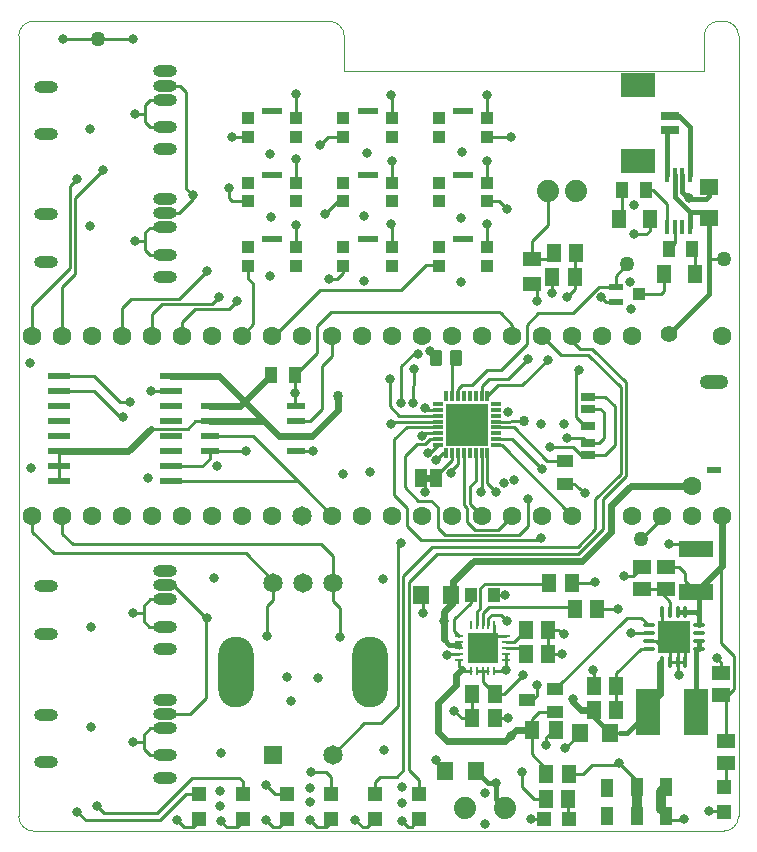
<source format=gbr>
%TF.GenerationSoftware,KiCad,Pcbnew,8.0.1*%
%TF.CreationDate,2025-01-16T17:49:12-07:00*%
%TF.ProjectId,WDM_RevB_v3,57444d5f-5265-4764-925f-76332e6b6963,rev?*%
%TF.SameCoordinates,Original*%
%TF.FileFunction,Copper,L4,Bot*%
%TF.FilePolarity,Positive*%
%FSLAX46Y46*%
G04 Gerber Fmt 4.6, Leading zero omitted, Abs format (unit mm)*
G04 Created by KiCad (PCBNEW 8.0.1) date 2025-01-16 17:49:12*
%MOMM*%
%LPD*%
G01*
G04 APERTURE LIST*
G04 Aperture macros list*
%AMRoundRect*
0 Rectangle with rounded corners*
0 $1 Rounding radius*
0 $2 $3 $4 $5 $6 $7 $8 $9 X,Y pos of 4 corners*
0 Add a 4 corners polygon primitive as box body*
4,1,4,$2,$3,$4,$5,$6,$7,$8,$9,$2,$3,0*
0 Add four circle primitives for the rounded corners*
1,1,$1+$1,$2,$3*
1,1,$1+$1,$4,$5*
1,1,$1+$1,$6,$7*
1,1,$1+$1,$8,$9*
0 Add four rect primitives between the rounded corners*
20,1,$1+$1,$2,$3,$4,$5,0*
20,1,$1+$1,$4,$5,$6,$7,0*
20,1,$1+$1,$6,$7,$8,$9,0*
20,1,$1+$1,$8,$9,$2,$3,0*%
G04 Aperture macros list end*
%TA.AperFunction,EtchedComponent*%
%ADD10C,0.000000*%
%TD*%
%TA.AperFunction,SMDPad,CuDef*%
%ADD11R,1.968500X0.558800*%
%TD*%
%TA.AperFunction,ComponentPad*%
%ADD12C,1.600000*%
%TD*%
%TA.AperFunction,ComponentPad*%
%ADD13C,1.650000*%
%TD*%
%TA.AperFunction,ComponentPad*%
%ADD14R,1.650000X1.650000*%
%TD*%
%TA.AperFunction,ComponentPad*%
%ADD15O,3.000000X6.000000*%
%TD*%
%TA.AperFunction,SMDPad,CuDef*%
%ADD16R,1.000000X1.000000*%
%TD*%
%TA.AperFunction,SMDPad,CuDef*%
%ADD17R,1.701800X0.558800*%
%TD*%
%TA.AperFunction,SMDPad,CuDef*%
%ADD18R,1.500000X1.300000*%
%TD*%
%TA.AperFunction,SMDPad,CuDef*%
%ADD19R,1.650000X1.400000*%
%TD*%
%TA.AperFunction,SMDPad,CuDef*%
%ADD20R,1.498600X0.533400*%
%TD*%
%TA.AperFunction,SMDPad,CuDef*%
%ADD21R,1.400000X1.000000*%
%TD*%
%TA.AperFunction,SMDPad,CuDef*%
%ADD22R,1.300000X1.600000*%
%TD*%
%TA.AperFunction,ComponentPad*%
%ADD23C,1.879600*%
%TD*%
%TA.AperFunction,SMDPad,CuDef*%
%ADD24R,0.850000X0.300000*%
%TD*%
%TA.AperFunction,SMDPad,CuDef*%
%ADD25R,0.300000X0.850000*%
%TD*%
%TA.AperFunction,SMDPad,CuDef*%
%ADD26R,3.600000X3.600000*%
%TD*%
%TA.AperFunction,SMDPad,CuDef*%
%ADD27R,1.200000X1.200000*%
%TD*%
%TA.AperFunction,SMDPad,CuDef*%
%ADD28R,1.600000X0.800000*%
%TD*%
%TA.AperFunction,SMDPad,CuDef*%
%ADD29R,3.000000X2.100000*%
%TD*%
%TA.AperFunction,SMDPad,CuDef*%
%ADD30R,1.400000X1.650000*%
%TD*%
%TA.AperFunction,SMDPad,CuDef*%
%ADD31R,1.200000X1.500000*%
%TD*%
%TA.AperFunction,SMDPad,CuDef*%
%ADD32R,0.400000X1.300000*%
%TD*%
%TA.AperFunction,SMDPad,CuDef*%
%ADD33RoundRect,0.635000X-0.000010X-0.000010X0.000010X-0.000010X0.000010X0.000010X-0.000010X0.000010X0*%
%TD*%
%TA.AperFunction,SMDPad,CuDef*%
%ADD34R,1.100000X1.400000*%
%TD*%
%TA.AperFunction,SMDPad,CuDef*%
%ADD35R,1.200000X0.700000*%
%TD*%
%TA.AperFunction,ComponentPad*%
%ADD36O,2.416000X1.208000*%
%TD*%
%TA.AperFunction,SMDPad,CuDef*%
%ADD37R,1.208000X0.604000*%
%TD*%
%TA.AperFunction,SMDPad,CuDef*%
%ADD38R,2.900000X1.400000*%
%TD*%
%TA.AperFunction,ComponentPad*%
%ADD39O,2.000000X1.000000*%
%TD*%
%TA.AperFunction,SMDPad,CuDef*%
%ADD40RoundRect,0.252000X0.273000X0.438000X-0.273000X0.438000X-0.273000X-0.438000X0.273000X-0.438000X0*%
%TD*%
%TA.AperFunction,SMDPad,CuDef*%
%ADD41RoundRect,0.252000X-0.273000X-0.438000X0.273000X-0.438000X0.273000X0.438000X-0.273000X0.438000X0*%
%TD*%
%TA.AperFunction,SMDPad,CuDef*%
%ADD42R,1.400000X1.100000*%
%TD*%
%TA.AperFunction,SMDPad,CuDef*%
%ADD43R,1.600000X1.300000*%
%TD*%
%TA.AperFunction,SMDPad,CuDef*%
%ADD44R,1.300000X1.500000*%
%TD*%
%TA.AperFunction,SMDPad,CuDef*%
%ADD45RoundRect,0.175000X0.350000X0.000010X-0.350000X0.000010X-0.350000X-0.000010X0.350000X-0.000010X0*%
%TD*%
%TA.AperFunction,SMDPad,CuDef*%
%ADD46RoundRect,0.175000X0.000010X-0.350000X0.000010X0.350000X-0.000010X0.350000X-0.000010X-0.350000X0*%
%TD*%
%TA.AperFunction,SMDPad,CuDef*%
%ADD47RoundRect,0.175000X-0.350000X-0.000010X0.350000X-0.000010X0.350000X0.000010X-0.350000X0.000010X0*%
%TD*%
%TA.AperFunction,SMDPad,CuDef*%
%ADD48RoundRect,0.175000X-0.000010X0.350000X-0.000010X-0.350000X0.000010X-0.350000X0.000010X0.350000X0*%
%TD*%
%TA.AperFunction,ComponentPad*%
%ADD49C,0.908000*%
%TD*%
%TA.AperFunction,SMDPad,CuDef*%
%ADD50R,2.700000X2.700000*%
%TD*%
%TA.AperFunction,SMDPad,CuDef*%
%ADD51R,1.200000X1.650000*%
%TD*%
%TA.AperFunction,SMDPad,CuDef*%
%ADD52R,1.000000X1.300000*%
%TD*%
%TA.AperFunction,SMDPad,CuDef*%
%ADD53R,1.000000X1.500000*%
%TD*%
%TA.AperFunction,SMDPad,CuDef*%
%ADD54R,1.500000X1.200000*%
%TD*%
%TA.AperFunction,SMDPad,CuDef*%
%ADD55R,1.200000X0.600000*%
%TD*%
%TA.AperFunction,SMDPad,CuDef*%
%ADD56R,2.000000X4.000000*%
%TD*%
%TA.AperFunction,SMDPad,CuDef*%
%ADD57R,0.730000X0.280000*%
%TD*%
%TA.AperFunction,SMDPad,CuDef*%
%ADD58R,0.280000X0.730000*%
%TD*%
%TA.AperFunction,SMDPad,CuDef*%
%ADD59R,2.500000X2.500000*%
%TD*%
%TA.AperFunction,SMDPad,CuDef*%
%ADD60R,1.000000X1.600000*%
%TD*%
%TA.AperFunction,ViaPad*%
%ADD61C,0.800000*%
%TD*%
%TA.AperFunction,ViaPad*%
%ADD62C,2.406400*%
%TD*%
%TA.AperFunction,ViaPad*%
%ADD63C,1.406400*%
%TD*%
%TA.AperFunction,ViaPad*%
%ADD64C,0.856400*%
%TD*%
%TA.AperFunction,Conductor*%
%ADD65C,0.609600*%
%TD*%
%TA.AperFunction,Conductor*%
%ADD66C,0.250000*%
%TD*%
%TA.AperFunction,Conductor*%
%ADD67C,0.406400*%
%TD*%
%TA.AperFunction,Conductor*%
%ADD68C,0.254000*%
%TD*%
%TA.AperFunction,Conductor*%
%ADD69C,0.812800*%
%TD*%
%TA.AperFunction,Profile*%
%ADD70C,0.100000*%
%TD*%
G04 APERTURE END LIST*
D10*
%TA.AperFunction,EtchedComponent*%
%TO.C,JP3*%
G36*
X121400212Y-84363007D02*
G01*
X120900212Y-84363007D01*
X120900212Y-83763007D01*
X121400212Y-83763007D01*
X121400212Y-84363007D01*
G37*
%TD.AperFunction*%
%TD*%
D11*
%TO.P,U4,1,~{HOLD/IO3}*%
%TO.N,+3V3*%
X89877900Y-84328000D03*
%TO.P,U4,2,VCC*%
X89877900Y-83058000D03*
%TO.P,U4,3,~{RESET/RFU}*%
X89877900Y-81788000D03*
%TO.P,U4,4,DNU_2*%
%TO.N,unconnected-(U4-DNU_2-Pad4)*%
X89877900Y-80518000D03*
%TO.P,U4,5,DNU_3*%
%TO.N,unconnected-(U4-DNU_3-Pad5)*%
X89877900Y-79248000D03*
%TO.P,U4,6,RFU*%
%TO.N,unconnected-(U4-RFU-Pad6)*%
X89877900Y-77978000D03*
%TO.P,U4,7,~{CS}*%
%TO.N,/Pin6*%
X89877900Y-76708000D03*
%TO.P,U4,8,SO/IO1*%
%TO.N,/Pin12*%
X89877900Y-75438000D03*
%TO.P,U4,9,~{WP/IO2}*%
%TO.N,+3V3*%
X99339400Y-75438000D03*
%TO.P,U4,10,VSS*%
%TO.N,GND*%
X99339400Y-76708000D03*
%TO.P,U4,11,DNU_4*%
%TO.N,unconnected-(U4-DNU_4-Pad11)*%
X99339400Y-77978000D03*
%TO.P,U4,12,DNU*%
%TO.N,unconnected-(U4-DNU-Pad12)*%
X99339400Y-79248000D03*
%TO.P,U4,13,NC*%
%TO.N,unconnected-(U4-NC-Pad13)*%
X99339400Y-80518000D03*
%TO.P,U4,14,VIO/RFU*%
%TO.N,unconnected-(U4-VIO{slash}RFU-Pad14)*%
X99339400Y-81788000D03*
%TO.P,U4,15,SI/IO0*%
%TO.N,/Pin11*%
X99339400Y-83058000D03*
%TO.P,U4,16,SCK*%
%TO.N,/Pin13*%
X99339400Y-84328000D03*
%TD*%
D12*
%TO.P,J2,+5V,VIN*%
%TO.N,+5V*%
X146014424Y-87214014D03*
%TO.P,J2,2,2_OUT2*%
%TO.N,/trackPin_4*%
X138394424Y-71974014D03*
%TO.P,J2,3,3_LRCLK2*%
%TO.N,/trackPin_3*%
X135854424Y-71974014D03*
%TO.P,J2,4,4_BCLK2*%
%TO.N,/trackLEDPin_4*%
X133314424Y-71974014D03*
%TO.P,J2,5,5_IN2*%
%TO.N,/trackLEDPin_3*%
X130774424Y-71974014D03*
%TO.P,J2,6,6_OUT1D*%
%TO.N,/Pin6*%
X128234424Y-71974014D03*
%TO.P,J2,7,7_RX2_OUT1A*%
%TO.N,/Pin7*%
X125694424Y-71974014D03*
%TO.P,J2,8,8_TX2_IN1*%
%TO.N,/Pin8*%
X123154424Y-71974014D03*
%TO.P,J2,9,9_OUT1C*%
%TO.N,unconnected-(J2-9_OUT1C-Pad9)*%
X120614424Y-71974014D03*
%TO.P,J2,10,10_CS_MQSR*%
%TO.N,unconnected-(J2-10_CS_MQSR-Pad10)*%
X118074424Y-71974014D03*
%TO.P,J2,11,11_MOSI_CTX1*%
%TO.N,/Pin11*%
X115534424Y-71974014D03*
%TO.P,J2,12,12_MISO_MQSL*%
%TO.N,/Pin12*%
X112994424Y-71974014D03*
%TO.P,J2,13,13_SCK_LED*%
%TO.N,/Pin13*%
X112994424Y-87214014D03*
%TO.P,J2,14,14_A0_TX3_SPDIF_OUT*%
%TO.N,unconnected-(J2-14_A0_TX3_SPDIF_OUT-Pad14)*%
X115534424Y-87214014D03*
%TO.P,J2,15,15_A1_RX3_SPDIF_IN*%
%TO.N,/trackLEDPin_1*%
X118074424Y-87214014D03*
%TO.P,J2,16,16_A2_RX4_SCL1*%
%TO.N,/pushRotaryPin*%
X120614424Y-87214014D03*
%TO.P,J2,17,17_A3_TX4_SDA1*%
%TO.N,/trackLEDPin_2*%
X123154424Y-87214014D03*
%TO.P,J2,18,18_A4_SDA*%
%TO.N,/SDA*%
X125694424Y-87214014D03*
%TO.P,J2,19,19_A5_SCL*%
%TO.N,/SCL*%
X128234424Y-87214014D03*
%TO.P,J2,20,20_A6_TX5_LRCLK1*%
%TO.N,/Pin20*%
X130774424Y-87214014D03*
%TO.P,J2,21,21_A7_RX5_BCLK1*%
%TO.N,/Pin21*%
X133314424Y-87214014D03*
%TO.P,J2,23,23_A9_CRX1_MCLK1*%
%TO.N,/Pin23*%
X138394424Y-87214014D03*
%TO.P,J2,24,24_A10_TX6_SCL2*%
%TO.N,/ECHOPin*%
X107914424Y-71974014D03*
%TO.P,J2,25,25_A11_RX6_SDA2*%
%TO.N,/startPin*%
X105374424Y-71974014D03*
%TO.P,J2,26,26_A12_MOSI1*%
%TO.N,unconnected-(J2-26_A12_MOSI1-Pad26)*%
X102834424Y-71974014D03*
%TO.P,J2,27,27_A13_SCK1*%
%TO.N,/clockTrigPin*%
X100294424Y-71974014D03*
%TO.P,J2,28,28_RX7*%
%TO.N,/trackPin_1*%
X97754424Y-71974014D03*
%TO.P,J2,29,29_TX7*%
%TO.N,/trackPin_2*%
X95214424Y-71974014D03*
%TO.P,J2,30,30_CRX3*%
%TO.N,unconnected-(J2-30_CRX3-Pad30)*%
X92674424Y-71974014D03*
%TO.P,J2,31,31_CTX3*%
%TO.N,/undoPin*%
X90134424Y-71974014D03*
%TO.P,J2,32,32_OUT1B*%
%TO.N,/RECPin*%
X87594424Y-71974014D03*
%TO.P,J2,33,33_MCLK2*%
%TO.N,/optAPin*%
X87594424Y-87214014D03*
%TO.P,J2,34,34_RX8*%
%TO.N,/optBPin*%
X90134424Y-87214014D03*
%TO.P,J2,35,35_TX8*%
%TO.N,unconnected-(J2-35_TX8-Pad35)*%
X92674424Y-87214014D03*
%TO.P,J2,36,36_CS*%
%TO.N,/\u00A0RECLEDPin*%
X95214424Y-87214014D03*
%TO.P,J2,37,37_CS*%
%TO.N,/PLAYledPin*%
X97754424Y-87214014D03*
%TO.P,J2,38,38_CS1_IN1*%
%TO.N,/ FSRpin_1_A14*%
X100294424Y-87214014D03*
%TO.P,J2,39,39_MISO1_OUT1A*%
%TO.N,/ FSRpin_2_A15*%
X102834424Y-87214014D03*
%TO.P,J2,40,40_A16*%
%TO.N,/ FSRpin_3_A16*%
X105374424Y-87214014D03*
%TO.P,J2,41,41_A17*%
%TO.N,/ FSRpin_4_A17*%
X107914424Y-87214014D03*
%TO.P,J2,49,VUSB*%
%TO.N,VBUS*%
X143474424Y-84674014D03*
%TO.P,J2,GND_0,GND_0*%
%TO.N,GND*%
X146014424Y-71974014D03*
%TO.P,J2,GND_1,GND_1*%
X143474424Y-87214014D03*
D13*
%TO.P,J2,GND_2,GND_2*%
X110454424Y-87214014D03*
D12*
%TO.P,J2,T3.3V,3.3V*%
%TO.N,+3V3*%
X110454424Y-71974014D03*
X140934424Y-87214014D03*
%TD*%
D14*
%TO.P,EN_1,1,1*%
%TO.N,Net-(EN_1-Pad1)*%
X108030000Y-107450000D03*
D13*
%TO.P,EN_1,2,2*%
%TO.N,/pushRotaryPin*%
X113030000Y-107450000D03*
%TO.P,EN_1,A,A*%
%TO.N,/optAPin*%
X108030000Y-92950000D03*
%TO.P,EN_1,B,B*%
%TO.N,/optBPin*%
X113030000Y-92950000D03*
%TO.P,EN_1,C,C*%
%TO.N,GND*%
X110530000Y-92950000D03*
D15*
%TO.P,EN_1,S1*%
%TO.N,N/C*%
X104830000Y-100450000D03*
%TO.P,EN_1,S2*%
X116230000Y-100450000D03*
%TD*%
D16*
%TO.P,SW_4,1,1*%
%TO.N,unconnected-(SW_4-Pad1)*%
X113941931Y-59016441D03*
%TO.P,SW_4,2,2*%
%TO.N,/trackPin_1*%
X113941931Y-60616443D03*
%TO.P,SW_4,3,3*%
%TO.N,unconnected-(SW_4-Pad3)*%
X118041927Y-60616443D03*
%TO.P,SW_4,4,4*%
%TO.N,Net-(R19-Pad2)*%
X118041927Y-59016441D03*
D17*
%TO.P,SW_4,5,5*%
%TO.N,unconnected-(SW_4-Pad5)*%
X115991929Y-58391441D03*
%TD*%
D18*
%TO.P,C4,1*%
%TO.N,+5V*%
X145923000Y-102423000D03*
%TO.P,C4,2*%
%TO.N,GND*%
X145923000Y-100523000D03*
%TD*%
D19*
%TO.P,C16,1*%
%TO.N,+3V3*%
X144880000Y-62016000D03*
%TO.P,C16,2*%
%TO.N,GND*%
X144880000Y-59416000D03*
%TD*%
D20*
%TO.P,U3,1,~{CS}*%
%TO.N,/Pin6*%
X109950250Y-77978000D03*
%TO.P,U3,2,DO(IO1)*%
%TO.N,/Pin12*%
X109950250Y-79248000D03*
%TO.P,U3,3,~{WP(IO2})*%
%TO.N,+3V3*%
X109950250Y-80518000D03*
%TO.P,U3,4,GND*%
%TO.N,GND*%
X109950250Y-81788000D03*
%TO.P,U3,5,DI(IO0)*%
%TO.N,/Pin11*%
X102635050Y-81788000D03*
%TO.P,U3,6,CLK*%
%TO.N,/Pin13*%
X102635050Y-80518000D03*
%TO.P,U3,7,~{HOLD(IO3})*%
%TO.N,+3V3*%
X102635050Y-79248000D03*
%TO.P,U3,8,VCC*%
X102635050Y-77978000D03*
%TD*%
D21*
%TO.P,T1,B,B*%
%TO.N,/LBO*%
X131883000Y-101920000D03*
%TO.P,T1,C,C*%
%TO.N,Net-(R6-Pad1)*%
X129483000Y-102870000D03*
%TO.P,T1,E,E*%
%TO.N,V_Batt*%
X131883000Y-103820000D03*
%TD*%
D22*
%TO.P,R43,1*%
%TO.N,Net-(U6-MIC_BIAS)*%
X133665000Y-65024000D03*
%TO.P,R43,2*%
%TO.N,Net-(C19-Pad2)*%
X131765000Y-65024000D03*
%TD*%
D23*
%TO.P,J4,1,1*%
%TO.N,VLIPO*%
X127635000Y-112014000D03*
%TD*%
D24*
%TO.P,U6,1,GND_1*%
%TO.N,GND*%
X121946424Y-81254014D03*
%TO.P,U6,2,HP_R*%
%TO.N,Net-(U6-HP_R)*%
X121946424Y-80754014D03*
%TO.P,U6,3,GND_2*%
%TO.N,GND*%
X121946424Y-80254014D03*
%TO.P,U6,4,HP_VGND*%
%TO.N,Net-(U6-HP_VGND)*%
X121946424Y-79754014D03*
%TO.P,U6,5,VDDA*%
%TO.N,/VDDA*%
X121946424Y-79254014D03*
%TO.P,U6,6,HP_L*%
%TO.N,Net-(U6-HP_L)*%
X121946424Y-78754014D03*
%TO.P,U6,7,AGND*%
%TO.N,GND*%
X121946424Y-78254014D03*
%TO.P,U6,8,NC_1*%
%TO.N,unconnected-(U6-NC_1-Pad8)*%
X121946424Y-77754014D03*
D25*
%TO.P,U6,9,NC_2*%
%TO.N,unconnected-(U6-NC_2-Pad9)*%
X122646424Y-77054014D03*
%TO.P,U6,10,VAG*%
%TO.N,Net-(U6-VAG)*%
X123146424Y-77054014D03*
%TO.P,U6,11,LINEOUT_R*%
%TO.N,/Sig*%
X123646424Y-77054014D03*
%TO.P,U6,12,LINEOUT_L*%
%TO.N,unconnected-(U6-LINEOUT_L-Pad12)*%
X124146424Y-77054014D03*
%TO.P,U6,13,LINEIN_R*%
%TO.N,unconnected-(U6-LINEIN_R-Pad13)*%
X124646424Y-77054014D03*
%TO.P,U6,14,LINEIN_L*%
%TO.N,unconnected-(U6-LINEIN_L-Pad14)*%
X125146424Y-77054014D03*
%TO.P,U6,15,MIC*%
%TO.N,Net-(U6-MIC)*%
X125646424Y-77054014D03*
%TO.P,U6,16,MIC_BIAS*%
%TO.N,Net-(U6-MIC_BIAS)*%
X126146424Y-77054014D03*
D24*
%TO.P,U6,17,NC_3*%
%TO.N,unconnected-(U6-NC_3-Pad17)*%
X126846424Y-77754014D03*
%TO.P,U6,18,CPFILT*%
%TO.N,unconnected-(U6-CPFILT-Pad18)*%
X126846424Y-78254014D03*
%TO.P,U6,19,NC_4*%
%TO.N,unconnected-(U6-NC_4-Pad19)*%
X126846424Y-78754014D03*
%TO.P,U6,20,VDDIO*%
%TO.N,+3V3*%
X126846424Y-79254014D03*
%TO.P,U6,21,SYS_MCLK*%
%TO.N,Net-(U6-SYS_MCLK)*%
X126846424Y-79754014D03*
%TO.P,U6,22,NC_5*%
%TO.N,unconnected-(U6-NC_5-Pad22)*%
X126846424Y-80254014D03*
%TO.P,U6,23,I2S_LRCLK*%
%TO.N,/Pin20*%
X126846424Y-80754014D03*
%TO.P,U6,24,I2S_SCLK*%
%TO.N,/Pin21*%
X126846424Y-81254014D03*
D25*
%TO.P,U6,25,I2S_DOUT*%
%TO.N,Net-(U6-I2S_DOUT)*%
X126146424Y-81954014D03*
%TO.P,U6,26,I2S_DIN*%
%TO.N,Net-(U6-I2S_DIN)*%
X125646424Y-81954014D03*
%TO.P,U6,27,CTRL_DATA*%
%TO.N,/SDA*%
X125146424Y-81954014D03*
%TO.P,U6,28,NC_6*%
%TO.N,unconnected-(U6-NC_6-Pad28)*%
X124646424Y-81954014D03*
%TO.P,U6,29,CTRL_CLK*%
%TO.N,/SCL*%
X124146424Y-81954014D03*
%TO.P,U6,30,VDDD*%
%TO.N,+1V8*%
X123646424Y-81954014D03*
%TO.P,U6,31,CTRL_ADR0_CS*%
%TO.N,Net-(U6-CTRL_ADR0_CS)*%
X123146424Y-81954014D03*
%TO.P,U6,32,CTRL_MODE*%
%TO.N,GND*%
X122646424Y-81954014D03*
D26*
%TO.P,U6,33,GND_3*%
X124396424Y-79504014D03*
%TD*%
D16*
%TO.P,SW_8,1,1*%
%TO.N,unconnected-(SW_8-Pad1)*%
X122033399Y-53580832D03*
%TO.P,SW_8,2,2*%
%TO.N,unconnected-(SW_8-Pad2)*%
X122033399Y-55180834D03*
%TO.P,SW_8,3,3*%
%TO.N,/trackPin_4*%
X126133395Y-55180834D03*
%TO.P,SW_8,4,4*%
%TO.N,Net-(R25-Pad2)*%
X126133395Y-53580832D03*
D17*
%TO.P,SW_8,5,5*%
%TO.N,unconnected-(SW_8-Pad5)*%
X124083397Y-52955832D03*
%TD*%
D27*
%TO.P,D4,A,A*%
%TO.N,Net-(D4-PadA)*%
X146177000Y-110236000D03*
%TO.P,D4,C,C*%
%TO.N,GND*%
X146177000Y-112336000D03*
%TD*%
D28*
%TO.P,J14,1,1*%
%TO.N,/SPKR+*%
X141605000Y-54600000D03*
%TO.P,J14,2,2*%
%TO.N,/SPKR-*%
X141605000Y-53350000D03*
D29*
%TO.P,J14,M1*%
%TO.N,N/C*%
X138855000Y-57160000D03*
%TO.P,J14,M2*%
X138855000Y-50790000D03*
%TD*%
D30*
%TO.P,C1,1*%
%TO.N,V_Batt*%
X136555000Y-105664000D03*
%TO.P,C1,2*%
%TO.N,GND*%
X133955000Y-105664000D03*
%TD*%
D22*
%TO.P,R13,1*%
%TO.N,Net-(U2-PROG3)*%
X129413000Y-96901000D03*
%TO.P,R13,2*%
%TO.N,GND*%
X131313000Y-96901000D03*
%TD*%
D27*
%TO.P,D9,A,A*%
%TO.N,/trackLEDPin_3*%
X116629546Y-110823841D03*
%TO.P,D9,C,C*%
%TO.N,Net-(D9-PadC)*%
X116629546Y-112923841D03*
%TD*%
D31*
%TO.P,C2,1*%
%TO.N,V_Batt*%
X129887000Y-105410000D03*
%TO.P,C2,2*%
%TO.N,GND*%
X131987000Y-105410000D03*
%TD*%
D32*
%TO.P,U7,1,/SD*%
%TO.N,+3V3*%
X143302000Y-62802000D03*
%TO.P,U7,2,NC*%
%TO.N,unconnected-(U7-NC-Pad2)*%
X142652000Y-62802000D03*
%TO.P,U7,3,IN_P*%
%TO.N,Net-(U7-IN_P)*%
X142002000Y-62802000D03*
%TO.P,U7,4,IN_N*%
%TO.N,Net-(U7-IN_N)*%
X141352000Y-62802000D03*
%TO.P,U7,5,VO_P*%
%TO.N,/SPKR+*%
X141352000Y-58402000D03*
%TO.P,U7,6,VDD*%
%TO.N,+3V3*%
X142002000Y-58402000D03*
%TO.P,U7,7,GND*%
%TO.N,GND*%
X142652000Y-58402000D03*
%TO.P,U7,8,VO_N*%
%TO.N,/SPKR-*%
X143302000Y-58402000D03*
%TD*%
D33*
%TO.P,TP7,P$1,1*%
%TO.N,+3V3*%
X146177000Y-65532000D03*
%TD*%
D27*
%TO.P,D6,A,A*%
%TO.N,/PLAYledPin*%
X105427346Y-110823841D03*
%TO.P,D6,C,C*%
%TO.N,Net-(D6-PadC)*%
X105427346Y-112923841D03*
%TD*%
D33*
%TO.P,TP6,P$1,1*%
%TO.N,/Sig*%
X137972800Y-65938400D03*
%TD*%
D34*
%TO.P,R41,1*%
%TO.N,Net-(C14-Pad1)*%
X143494000Y-64643000D03*
%TO.P,R41,2*%
%TO.N,Net-(U7-IN_P)*%
X141494000Y-64643000D03*
%TD*%
%TO.P,R30,1*%
%TO.N,/Pin6*%
X109839000Y-75311000D03*
%TO.P,R30,2*%
%TO.N,+3V3*%
X107839000Y-75311000D03*
%TD*%
D33*
%TO.P,TP5,P$1,1*%
%TO.N,GND*%
X93184546Y-46875241D03*
%TD*%
D27*
%TO.P,D5,A,A*%
%TO.N,/\u00A0RECLEDPin*%
X101693546Y-110823841D03*
%TO.P,D5,C,C*%
%TO.N,Net-(D5-PadC)*%
X101693546Y-112923841D03*
%TD*%
D35*
%TO.P,J15,1*%
%TO.N,Net-(U6-HP_VGND)*%
X134647000Y-77179000D03*
%TO.P,J15,2*%
%TO.N,Net-(U6-HP_R)*%
X134647000Y-81079000D03*
%TO.P,J15,3*%
%TO.N,Net-(U6-HP_L)*%
X134647000Y-79629000D03*
%TO.P,J15,4*%
%TO.N,Net-(U6-HP_VGND)*%
X134647000Y-82079000D03*
%TO.P,J15,5*%
%TO.N,Net-(U6-HP_R)*%
X134647000Y-78179000D03*
D36*
%TO.P,J15,S1,SHIELD*%
%TO.N,unconnected-(J15-SHIELD-PadS1)*%
X145347000Y-75879000D03*
D37*
%TO.P,J15,S2,SHIELD__1*%
%TO.N,unconnected-(J15-SHIELD__1-PadS2)*%
X145347000Y-83379000D03*
%TD*%
D22*
%TO.P,R1,1*%
%TO.N,V_Batt*%
X135156000Y-103702000D03*
%TO.P,R1,2*%
%TO.N,Net-(U1-LBI)*%
X137056000Y-103702000D03*
%TD*%
D38*
%TO.P,C5,1*%
%TO.N,+5V*%
X143764000Y-93682000D03*
%TO.P,C5,2*%
%TO.N,GND*%
X143764000Y-90082000D03*
%TD*%
D27*
%TO.P,D7,A,A*%
%TO.N,/trackLEDPin_1*%
X109161311Y-110823825D03*
%TO.P,D7,C,C*%
%TO.N,Net-(D7-PadC)*%
X109161311Y-112923825D03*
%TD*%
D39*
%TO.P,J11,1*%
%TO.N,GND*%
X98873000Y-91918000D03*
%TO.P,J11,2*%
%TO.N,/ FSRpin_3_A16*%
X98873000Y-94318000D03*
%TO.P,J11,3*%
%TO.N,+3V3*%
X98873000Y-93118000D03*
%TO.P,J11,4*%
%TO.N,GND*%
X98873000Y-98518000D03*
%TO.P,J11,5*%
%TO.N,/ FSRpin_3_A16*%
X98873000Y-96618000D03*
%TO.P,J11,S1,SHIELD*%
%TO.N,unconnected-(J11-SHIELD-PadS1)*%
X88773000Y-97218000D03*
%TO.P,J11,S2,SHIELD__1*%
%TO.N,unconnected-(J11-SHIELD__1-PadS2)*%
X88773000Y-93218000D03*
%TD*%
D40*
%TO.P,C13,1*%
%TO.N,Net-(U6-VAG)*%
X123465212Y-73903007D03*
D41*
%TO.P,C13,2*%
%TO.N,GND*%
X121785212Y-73903007D03*
%TD*%
D42*
%TO.P,R38,1*%
%TO.N,/Pin23*%
X132715000Y-84566000D03*
%TO.P,R38,2*%
%TO.N,Net-(U6-SYS_MCLK)*%
X132715000Y-82566000D03*
%TD*%
D30*
%TO.P,C6,1*%
%TO.N,VLIPO*%
X125155000Y-108839000D03*
%TO.P,C6,2*%
%TO.N,GND*%
X122555000Y-108839000D03*
%TD*%
D16*
%TO.P,SW_5,1,1*%
%TO.N,unconnected-(SW_5-Pad1)*%
X122034738Y-64452034D03*
%TO.P,SW_5,2,2*%
%TO.N,/ECHOPin*%
X122034738Y-66052036D03*
%TO.P,SW_5,3,3*%
%TO.N,unconnected-(SW_5-Pad3)*%
X126134734Y-66052036D03*
%TO.P,SW_5,4,4*%
%TO.N,Net-(R20-Pad2)*%
X126134734Y-64452034D03*
D17*
%TO.P,SW_5,5,5*%
%TO.N,unconnected-(SW_5-Pad5)*%
X124084736Y-63827034D03*
%TD*%
D23*
%TO.P,MIC1,1,1*%
%TO.N,Net-(C19-Pad2)*%
X131240200Y-59766200D03*
%TO.P,MIC1,2,2*%
%TO.N,GND*%
X133650200Y-59766200D03*
%TD*%
D16*
%TO.P,SW_7,1,1*%
%TO.N,unconnected-(SW_7-Pad1)*%
X113941539Y-64451986D03*
%TO.P,SW_7,2,2*%
%TO.N,/clockTrigPin*%
X113941539Y-66051988D03*
%TO.P,SW_7,3,3*%
%TO.N,unconnected-(SW_7-Pad3)*%
X118041535Y-66051988D03*
%TO.P,SW_7,4,4*%
%TO.N,Net-(R24-Pad2)*%
X118041535Y-64451986D03*
D17*
%TO.P,SW_7,5,5*%
%TO.N,unconnected-(SW_7-Pad5)*%
X115991537Y-63826986D03*
%TD*%
D22*
%TO.P,R2,1*%
%TO.N,Net-(U1-LBI)*%
X137033000Y-101670000D03*
%TO.P,R2,2*%
%TO.N,GND*%
X135133000Y-101670000D03*
%TD*%
%TO.P,R11,1*%
%TO.N,/VPCC(TP)*%
X124846000Y-104394000D03*
%TO.P,R11,2*%
%TO.N,GND*%
X126746000Y-104394000D03*
%TD*%
D43*
%TO.P,R8,1*%
%TO.N,+5V*%
X146304000Y-106299000D03*
%TO.P,R8,2*%
%TO.N,Net-(D4-PadA)*%
X146304000Y-108199000D03*
%TD*%
D16*
%TO.P,SW_9,1,1*%
%TO.N,unconnected-(SW_9-Pad1)*%
X122033737Y-59016432D03*
%TO.P,SW_9,2,2*%
%TO.N,unconnected-(SW_9-Pad2)*%
X122033737Y-60616434D03*
%TO.P,SW_9,3,3*%
%TO.N,/trackPin_3*%
X126133733Y-60616434D03*
%TO.P,SW_9,4,4*%
%TO.N,Net-(R26-Pad2)*%
X126133733Y-59016432D03*
D17*
%TO.P,SW_9,5,5*%
%TO.N,unconnected-(SW_9-Pad5)*%
X124083735Y-58391432D03*
%TD*%
D22*
%TO.P,R7,1*%
%TO.N,Net-(D2-PadC)*%
X135443000Y-95123000D03*
%TO.P,R7,2*%
%TO.N,Net-(U2-STAT1{slash}LBO)*%
X133543000Y-95123000D03*
%TD*%
%TO.P,R12,1*%
%TO.N,Net-(U2-PROG1)*%
X129413000Y-98933000D03*
%TO.P,R12,2*%
%TO.N,GND*%
X131313000Y-98933000D03*
%TD*%
%TO.P,R9,1*%
%TO.N,Net-(D3-PadC)*%
X133284000Y-92964000D03*
%TO.P,R9,2*%
%TO.N,Net-(U2-STAT2)*%
X131384000Y-92964000D03*
%TD*%
D44*
%TO.P,C20,1*%
%TO.N,Net-(U6-MIC_BIAS)*%
X133538000Y-67056000D03*
%TO.P,C20,2*%
%TO.N,GND*%
X131638000Y-67056000D03*
%TD*%
D16*
%TO.P,SW_3,1,1*%
%TO.N,unconnected-(SW_3-Pad1)*%
X113940883Y-53580860D03*
%TO.P,SW_3,2,2*%
%TO.N,/trackPin_2*%
X113940883Y-55180862D03*
%TO.P,SW_3,3,3*%
%TO.N,unconnected-(SW_3-Pad3)*%
X118040879Y-55180862D03*
%TO.P,SW_3,4,4*%
%TO.N,Net-(R17-Pad2)*%
X118040879Y-53580860D03*
D17*
%TO.P,SW_3,5,5*%
%TO.N,unconnected-(SW_3-Pad5)*%
X115990881Y-52955860D03*
%TD*%
D45*
%TO.P,U1,1,VOUT*%
%TO.N,+5V*%
X144018000Y-96520000D03*
%TO.P,U1,2,NC*%
%TO.N,unconnected-(U1-NC-Pad2)*%
X144018000Y-97170000D03*
%TO.P,U1,3,SW*%
%TO.N,Net-(L1-Pad2)*%
X144018000Y-97820000D03*
%TO.P,U1,4,SW*%
X144018000Y-98470000D03*
D46*
%TO.P,U1,5,PGND*%
%TO.N,GND*%
X142893000Y-99595000D03*
%TO.P,U1,6,PGND*%
X142243000Y-99595000D03*
%TO.P,U1,7,PGND*%
X141593000Y-99595000D03*
%TO.P,U1,8,VBAT*%
%TO.N,V_Batt*%
X140943000Y-99595000D03*
D47*
%TO.P,U1,9,LBI*%
%TO.N,Net-(U1-LBI)*%
X139818000Y-98470000D03*
%TO.P,U1,10,SYNC*%
%TO.N,GND*%
X139818000Y-97820000D03*
%TO.P,U1,11,EN*%
%TO.N,/ENABLE*%
X139818000Y-97170000D03*
%TO.P,U1,12,LBO*%
%TO.N,/LBO*%
X139818000Y-96520000D03*
D48*
%TO.P,U1,13,GND*%
%TO.N,GND*%
X140943000Y-95395000D03*
%TO.P,U1,14,FB*%
%TO.N,Net-(U1-FB)*%
X141593000Y-95395000D03*
%TO.P,U1,15,VOUT*%
%TO.N,+5V*%
X142243000Y-95395000D03*
%TO.P,U1,16,VOUT*%
X142893000Y-95395000D03*
D49*
%TO.P,U1,P$18,PAD*%
%TO.N,GND*%
X141918000Y-97495000D03*
%TO.P,U1,P$19,PAD*%
X142818000Y-96595000D03*
%TO.P,U1,P$20,PAD*%
X141018000Y-96595000D03*
%TO.P,U1,P$21,PAD*%
X141018000Y-98395000D03*
%TO.P,U1,P$22,PAD*%
X142818000Y-98395000D03*
D50*
%TO.P,U1,THERMAL,PAD*%
X141918000Y-97495000D03*
%TD*%
D23*
%TO.P,J5,1,1*%
%TO.N,GND*%
X124282200Y-112014000D03*
%TD*%
D30*
%TO.P,C3,1*%
%TO.N,GND*%
X120493000Y-93980000D03*
%TO.P,C3,2*%
%TO.N,VBUS*%
X123093000Y-93980000D03*
%TD*%
D51*
%TO.P,C15,1*%
%TO.N,Net-(C15-Pad1)*%
X137273000Y-62103000D03*
%TO.P,C15,2*%
%TO.N,GND*%
X139873000Y-62103000D03*
%TD*%
D22*
%TO.P,R6,1*%
%TO.N,Net-(R6-Pad1)*%
X131064000Y-111252000D03*
%TO.P,R6,2*%
%TO.N,Net-(D1-PadA)*%
X132964000Y-111252000D03*
%TD*%
D16*
%TO.P,SW_2,1,1*%
%TO.N,unconnected-(SW_2-Pad1)*%
X105848339Y-59016432D03*
%TO.P,SW_2,2,2*%
%TO.N,/RECPin*%
X105848339Y-60616434D03*
%TO.P,SW_2,3,3*%
%TO.N,unconnected-(SW_2-Pad3)*%
X109948335Y-60616434D03*
%TO.P,SW_2,4,4*%
%TO.N,Net-(R16-Pad2)*%
X109948335Y-59016432D03*
D17*
%TO.P,SW_2,5,5*%
%TO.N,unconnected-(SW_2-Pad5)*%
X107898337Y-58391432D03*
%TD*%
D16*
%TO.P,SW_6,1,1*%
%TO.N,unconnected-(SW_6-Pad1)*%
X105848339Y-64452032D03*
%TO.P,SW_6,2,2*%
%TO.N,/startPin*%
X105848339Y-66052034D03*
%TO.P,SW_6,3,3*%
%TO.N,unconnected-(SW_6-Pad3)*%
X109948335Y-66052034D03*
%TO.P,SW_6,4,4*%
%TO.N,Net-(R22-Pad2)*%
X109948335Y-64452032D03*
D17*
%TO.P,SW_6,5,5*%
%TO.N,unconnected-(SW_6-Pad5)*%
X107898337Y-63827032D03*
%TD*%
D39*
%TO.P,J6,1*%
%TO.N,GND*%
X98873000Y-60422000D03*
%TO.P,J6,2*%
%TO.N,/ FSRpin_2_A15*%
X98873000Y-62822000D03*
%TO.P,J6,3*%
%TO.N,+3V3*%
X98873000Y-61622000D03*
%TO.P,J6,4*%
%TO.N,GND*%
X98873000Y-67022000D03*
%TO.P,J6,5*%
%TO.N,/ FSRpin_2_A15*%
X98873000Y-65122000D03*
%TO.P,J6,S1,SHIELD*%
%TO.N,unconnected-(J6-SHIELD-PadS1)*%
X88773000Y-65722000D03*
%TO.P,J6,S2,SHIELD__1*%
%TO.N,unconnected-(J6-SHIELD__1-PadS2)*%
X88773000Y-61722000D03*
%TD*%
D52*
%TO.P,R18,1*%
%TO.N,Net-(U2-THERM)*%
X124730000Y-93980000D03*
%TO.P,R18,2*%
%TO.N,GND*%
X126730000Y-93980000D03*
%TD*%
D27*
%TO.P,D8,A,A*%
%TO.N,/trackLEDPin_2*%
X112895146Y-110823841D03*
%TO.P,D8,C,C*%
%TO.N,Net-(D8-PadC)*%
X112895146Y-112923841D03*
%TD*%
D53*
%TO.P,JP3,1,1*%
%TO.N,GND*%
X120500212Y-84063007D03*
%TO.P,JP3,2,2*%
%TO.N,Net-(U6-CTRL_ADR0_CS)*%
X121800212Y-84063007D03*
%TD*%
D39*
%TO.P,J3,1*%
%TO.N,GND*%
X98858500Y-49607750D03*
%TO.P,J3,2*%
%TO.N,/ FSRpin_1_A14*%
X98858500Y-52007750D03*
%TO.P,J3,3*%
%TO.N,+3V3*%
X98858500Y-50807750D03*
%TO.P,J3,4*%
%TO.N,GND*%
X98858500Y-56207750D03*
%TO.P,J3,5*%
%TO.N,/ FSRpin_1_A14*%
X98858500Y-54307750D03*
%TO.P,J3,S1,SHIELD*%
%TO.N,unconnected-(J3-SHIELD-PadS1)*%
X88758500Y-54907750D03*
%TO.P,J3,S2,SHIELD__1*%
%TO.N,unconnected-(J3-SHIELD__1-PadS2)*%
X88758500Y-50907750D03*
%TD*%
D54*
%TO.P,C19,1*%
%TO.N,Net-(U6-MIC)*%
X129921000Y-67598000D03*
%TO.P,C19,2*%
%TO.N,Net-(C19-Pad2)*%
X129921000Y-65498000D03*
%TD*%
D55*
%TO.P,VR1,1,A*%
%TO.N,GND*%
X136992730Y-69142290D03*
D16*
%TO.P,VR1,2,S*%
%TO.N,Net-(VR1-S)*%
X138992730Y-68492290D03*
D55*
%TO.P,VR1,3,E*%
%TO.N,/Sig*%
X136992730Y-67842290D03*
%TD*%
D56*
%TO.P,L1,1,1*%
%TO.N,V_Batt*%
X139718000Y-103886000D03*
%TO.P,L1,2,2*%
%TO.N,Net-(L1-Pad2)*%
X143818000Y-103886000D03*
%TD*%
D34*
%TO.P,R42,1*%
%TO.N,Net-(C15-Pad1)*%
X137573000Y-59690000D03*
%TO.P,R42,2*%
%TO.N,Net-(U7-IN_N)*%
X139573000Y-59690000D03*
%TD*%
D16*
%TO.P,SW_1,1,1*%
%TO.N,unconnected-(SW_1-Pad1)*%
X105848339Y-53580832D03*
%TO.P,SW_1,2,2*%
%TO.N,/undoPIN*%
X105848339Y-55180834D03*
%TO.P,SW_1,3,3*%
%TO.N,unconnected-(SW_1-Pad3)*%
X109948335Y-55180834D03*
%TO.P,SW_1,4,4*%
%TO.N,Net-(R15-Pad2)*%
X109948335Y-53580832D03*
D17*
%TO.P,SW_1,5,5*%
%TO.N,unconnected-(SW_1-Pad5)*%
X107898337Y-52955832D03*
%TD*%
D43*
%TO.P,R4,1*%
%TO.N,+5V*%
X141224000Y-91567000D03*
%TO.P,R4,2*%
%TO.N,Net-(U1-FB)*%
X141224000Y-93467000D03*
%TD*%
D22*
%TO.P,R3,1*%
%TO.N,V_Batt*%
X131130000Y-109093000D03*
%TO.P,R3,2*%
%TO.N,/ENABLE*%
X133030000Y-109093000D03*
%TD*%
D57*
%TO.P,U2,P$1,VOUT1*%
%TO.N,V_Batt*%
X123765000Y-99425000D03*
%TO.P,U2,P$2,VPCC*%
%TO.N,/VPCC(TP)*%
X123765000Y-98925000D03*
%TO.P,U2,P$3,SEL*%
%TO.N,VBUS*%
X123765000Y-98425000D03*
%TO.P,U2,P$4,PROG2*%
X123765000Y-97925000D03*
%TO.P,U2,P$5,THERM*%
%TO.N,Net-(U2-THERM)*%
X123765000Y-97425000D03*
D58*
%TO.P,U2,P$6,/PG*%
%TO.N,unconnected-(U2-{slash}PG-PadP$6)*%
X124730000Y-96460000D03*
%TO.P,U2,P$7,STAT2*%
%TO.N,Net-(U2-STAT2)*%
X125230000Y-96460000D03*
%TO.P,U2,P$8,STAT1/LBO*%
%TO.N,Net-(U2-STAT1{slash}LBO)*%
X125730000Y-96460000D03*
%TO.P,U2,P$9,/TE*%
%TO.N,VBUS*%
X126230000Y-96460000D03*
%TO.P,U2,P$10,VSS1*%
%TO.N,GND*%
X126730000Y-96460000D03*
D57*
%TO.P,U2,P$11,VSS2*%
X127695000Y-97425000D03*
%TO.P,U2,P$12,PROG3*%
%TO.N,Net-(U2-PROG3)*%
X127695000Y-97925000D03*
%TO.P,U2,P$13,PROG1*%
%TO.N,Net-(U2-PROG1)*%
X127695000Y-98425000D03*
%TO.P,U2,P$14,VBAT1*%
%TO.N,VLIPO*%
X127695000Y-98925000D03*
%TO.P,U2,P$15,VBAT2*%
X127695000Y-99425000D03*
D58*
%TO.P,U2,P$16,VBATSENS*%
X126730000Y-100390000D03*
%TO.P,U2,P$17,CE*%
%TO.N,VBUS*%
X126230000Y-100390000D03*
%TO.P,U2,P$18,VIN1*%
X125730000Y-100390000D03*
%TO.P,U2,P$19,VIN2*%
X125230000Y-100390000D03*
%TO.P,U2,P$20,VOUT2*%
%TO.N,V_Batt*%
X124730000Y-100390000D03*
D59*
%TO.P,U2,P$21,EP*%
%TO.N,GND*%
X125730000Y-98425000D03*
%TD*%
D51*
%TO.P,C14,1*%
%TO.N,Net-(C14-Pad1)*%
X143697000Y-66802000D03*
%TO.P,C14,2*%
%TO.N,Net-(VR1-S)*%
X141097000Y-66802000D03*
%TD*%
D39*
%TO.P,J7,1*%
%TO.N,GND*%
X98873000Y-102820750D03*
%TO.P,J7,2*%
%TO.N,/ FSRpin_4_A17*%
X98873000Y-105220750D03*
%TO.P,J7,3*%
%TO.N,+3V3*%
X98873000Y-104020750D03*
%TO.P,J7,4*%
%TO.N,GND*%
X98873000Y-109420750D03*
%TO.P,J7,5*%
%TO.N,/ FSRpin_4_A17*%
X98873000Y-107520750D03*
%TO.P,J7,S1,SHIELD*%
%TO.N,unconnected-(J7-SHIELD-PadS1)*%
X88773000Y-108120750D03*
%TO.P,J7,S2,SHIELD__1*%
%TO.N,unconnected-(J7-SHIELD__1-PadS2)*%
X88773000Y-104120750D03*
%TD*%
D22*
%TO.P,R10,1*%
%TO.N,VBUS*%
X126746000Y-102362000D03*
%TO.P,R10,2*%
%TO.N,/VPCC(TP)*%
X124846000Y-102362000D03*
%TD*%
D27*
%TO.P,D10,A,A*%
%TO.N,/trackLEDPin_4*%
X120363546Y-110823841D03*
%TO.P,D10,C,C*%
%TO.N,Net-(D10-PadC)*%
X120363546Y-112923841D03*
%TD*%
D60*
%TO.P,SW1,1,1*%
%TO.N,unconnected-(SW1-Pad1)*%
X136271000Y-112682000D03*
%TO.P,SW1,2,2*%
%TO.N,/ENABLE*%
X138771000Y-112682000D03*
%TO.P,SW1,3,3*%
%TO.N,GND*%
X141271000Y-112682000D03*
%TO.P,SW1,4,4*%
%TO.N,unconnected-(SW1-Pad4)*%
X136271000Y-110282000D03*
%TO.P,SW1,5,5*%
%TO.N,/ENABLE*%
X138771000Y-110182000D03*
%TO.P,SW1,6,6*%
%TO.N,GND*%
X141271000Y-110182000D03*
%TD*%
D43*
%TO.P,R5,1*%
%TO.N,Net-(U1-FB)*%
X139192000Y-93467000D03*
%TO.P,R5,2*%
%TO.N,GND*%
X139192000Y-91567000D03*
%TD*%
D33*
%TO.P,TP4,P$1,1*%
%TO.N,+3V3*%
X139141200Y-89204800D03*
%TD*%
D27*
%TO.P,D1,A,A*%
%TO.N,Net-(D1-PadA)*%
X133064000Y-112903000D03*
%TO.P,D1,C,C*%
%TO.N,GND*%
X130964000Y-112903000D03*
%TD*%
D61*
%TO.N,V_Batt*%
X128143000Y-105918000D03*
X133350000Y-102743000D03*
%TO.N,VBUS*%
X122424608Y-96139000D03*
X129159000Y-100711000D03*
X127762000Y-96139000D03*
%TO.N,VLIPO*%
X126873000Y-109855000D03*
X127695000Y-100330000D03*
%TO.N,/optAPin*%
X107484746Y-97446641D03*
%TO.N,/optBPin*%
X113631546Y-97497441D03*
%TO.N,/VDDA*%
X117983000Y-79502000D03*
%TO.N,/pushRotaryPin*%
X118795800Y-89509600D03*
%TO.N,/trackPin_3*%
X127762000Y-61239400D03*
%TO.N,/trackPin_4*%
X128160346Y-55181041D03*
%TO.N,/Pin6*%
X95250000Y-78867000D03*
X109855000Y-76835000D03*
%TO.N,/Pin11*%
X105664000Y-81788000D03*
%TO.N,/Pin12*%
X95885000Y-77597000D03*
%TO.N,/trackLEDPin_2*%
X111243946Y-108927441D03*
%TO.N,/trackLEDPin_1*%
X107383146Y-110045041D03*
%TO.N,/Pin20*%
X130802212Y-83301007D03*
%TO.N,/Pin23*%
X134366000Y-85344000D03*
%TO.N,/clockTrigPin*%
X104978200Y-69037200D03*
X112717146Y-67220641D03*
%TO.N,/trackPin_2*%
X102412800Y-66497200D03*
X111955146Y-55841441D03*
%TO.N,/trackPin_1*%
X112412346Y-61683441D03*
X103454200Y-68707000D03*
%TO.N,/undoPin*%
X93624400Y-57962800D03*
X104487546Y-55181041D03*
%TO.N,/RECPin*%
X104233546Y-59448241D03*
X91363800Y-58699400D03*
%TO.N,/\u00A0RECLEDPin*%
X91427919Y-112284268D03*
%TO.N,/PLAYledPin*%
X93108346Y-111823041D03*
%TO.N,/ FSRpin_1_A14*%
X96266000Y-53213000D03*
%TO.N,/ FSRpin_2_A15*%
X96266000Y-64008000D03*
%TO.N,/ FSRpin_3_A16*%
X96139000Y-95504000D03*
%TO.N,/ FSRpin_4_A17*%
X96139000Y-106426000D03*
%TO.N,GND*%
X132588000Y-97282000D03*
X142760700Y-112890300D03*
D62*
X124325212Y-79491007D03*
D61*
X115714346Y-61886641D03*
X143176024Y-60303976D03*
X132715000Y-106934000D03*
X118872000Y-110236000D03*
X144907000Y-112268000D03*
X131638000Y-68387000D03*
X137668000Y-92329000D03*
X92599000Y-96631000D03*
X117390746Y-107098641D03*
X116197212Y-83555007D03*
X92583000Y-105156000D03*
X92456000Y-54483000D03*
X120650000Y-95504000D03*
X138219919Y-67398082D03*
X115663546Y-67373041D03*
X135763000Y-68732400D03*
X103623946Y-107301841D03*
X135102600Y-100253800D03*
X111125000Y-111455200D03*
X109516746Y-102933041D03*
X121277212Y-73268007D03*
X107738746Y-56603441D03*
X121150212Y-81904007D03*
X103471546Y-110502241D03*
X107789546Y-61937441D03*
X130675212Y-79502000D03*
X96105546Y-46875241D03*
X121823000Y-107950000D03*
X138303000Y-69723000D03*
X92456000Y-62738000D03*
X138573000Y-60960000D03*
X145542000Y-99314000D03*
X97409000Y-84074000D03*
X117289146Y-92569841D03*
X123943946Y-62039041D03*
X128389212Y-84190007D03*
X127881212Y-78420000D03*
X87376000Y-74295000D03*
X141478000Y-89662000D03*
X120896212Y-78094007D03*
X97663000Y-76708000D03*
X123994746Y-56400241D03*
X138573000Y-63373000D03*
X121785212Y-82539007D03*
X90187346Y-46875241D03*
X132461000Y-98933000D03*
X142328900Y-100672900D03*
X113919000Y-83682007D03*
X127563712Y-84444007D03*
X87520346Y-83171841D03*
X127635000Y-93980000D03*
X118922800Y-111531400D03*
X115917546Y-56501841D03*
X125958600Y-110744000D03*
X109211946Y-100914641D03*
D63*
X125730000Y-98425000D03*
D61*
X111379000Y-81788000D03*
X103251000Y-83058000D03*
X120594712Y-80438500D03*
X103471546Y-111772241D03*
X127889000Y-104394000D03*
X120887445Y-85233881D03*
X111802746Y-100965441D03*
X131064000Y-106680000D03*
X107771548Y-66915841D03*
X125958600Y-113334800D03*
X102963546Y-92519041D03*
X129794000Y-112903000D03*
X111099600Y-110261400D03*
X132588000Y-79502000D03*
X123893146Y-67423841D03*
%TO.N,Net-(U6-HP_VGND)*%
X131445000Y-81407000D03*
X130683000Y-89154000D03*
%TO.N,Net-(U6-HP_R)*%
X132842000Y-80645000D03*
X129540000Y-85852000D03*
%TO.N,Net-(U6-HP_L)*%
X133858000Y-74930000D03*
X117856000Y-75692000D03*
%TO.N,Net-(U6-I2S_DOUT)*%
X126865212Y-85206007D03*
X120269000Y-73533000D03*
X118864212Y-77724000D03*
%TO.N,Net-(U6-I2S_DIN)*%
X119888000Y-74803000D03*
X119880212Y-77713007D03*
X125595212Y-85206007D03*
%TO.N,/ENABLE*%
X138303000Y-97155000D03*
X137287000Y-108204000D03*
%TO.N,Net-(R6-Pad1)*%
X129032000Y-108966000D03*
X130302000Y-101600000D03*
%TO.N,Net-(D2-PadC)*%
X137160000Y-95123000D03*
%TO.N,Net-(D3-PadC)*%
X135255000Y-92837000D03*
%TO.N,/VPCC(TP)*%
X123317000Y-103759000D03*
X122682000Y-99060000D03*
%TO.N,Net-(R15-Pad2)*%
X109923146Y-51523441D03*
%TO.N,Net-(R16-Pad2)*%
X109923146Y-57060641D03*
%TO.N,Net-(R17-Pad2)*%
X118000346Y-51574241D03*
%TO.N,Net-(R19-Pad2)*%
X118051146Y-57162241D03*
%TO.N,Net-(R20-Pad2)*%
X126077546Y-62547041D03*
%TO.N,Net-(R22-Pad2)*%
X109923146Y-62648641D03*
%TO.N,Net-(R24-Pad2)*%
X118000346Y-62547041D03*
%TO.N,Net-(R25-Pad2)*%
X126128346Y-51574241D03*
%TO.N,Net-(R26-Pad2)*%
X126128346Y-57162241D03*
%TO.N,Net-(D5-PadC)*%
X99872800Y-112979200D03*
%TO.N,+3V3*%
X102362000Y-95885000D03*
D63*
X141478000Y-71882000D03*
D64*
X113530212Y-77078007D03*
D61*
X101193600Y-60096400D03*
D64*
X129278212Y-79237007D03*
D61*
%TO.N,+1V8*%
X123055212Y-83612830D03*
%TO.N,Net-(D6-PadC)*%
X103581200Y-113106200D03*
%TO.N,Net-(D7-PadC)*%
X107365800Y-113004600D03*
%TO.N,Net-(D8-PadC)*%
X111150400Y-113030000D03*
%TO.N,Net-(D9-PadC)*%
X114960400Y-113004600D03*
%TO.N,Net-(D10-PadC)*%
X118922800Y-113055400D03*
%TO.N,Net-(U6-MIC)*%
X130302000Y-69088000D03*
X129565400Y-73939400D03*
%TO.N,Net-(U6-MIC_BIAS)*%
X131241800Y-74015600D03*
X132842000Y-68707000D03*
%TD*%
D65*
%TO.N,V_Batt*%
X140716000Y-102362000D02*
X140716000Y-100020090D01*
D66*
X136904000Y-105662000D02*
X137353000Y-105662000D01*
X124139000Y-100390000D02*
X124730000Y-100390000D01*
D65*
X123952000Y-100203000D02*
X123444000Y-100711000D01*
X128016000Y-105918000D02*
X128143000Y-105918000D01*
D66*
X123952000Y-100203000D02*
X124139000Y-100390000D01*
X135038000Y-103820000D02*
X135156000Y-103702000D01*
D67*
X137353000Y-105662000D02*
X137942000Y-105662000D01*
D65*
X121920000Y-103124000D02*
X121920000Y-105537000D01*
D66*
X123952000Y-100203000D02*
X123765000Y-100016000D01*
D65*
X128524000Y-105410000D02*
X129887000Y-105410000D01*
D66*
X129887000Y-105410000D02*
X129887000Y-107408000D01*
X139718000Y-103886000D02*
X139718000Y-103360000D01*
X133350000Y-102997000D02*
X133350000Y-102743000D01*
D65*
X135156000Y-103702000D02*
X134055000Y-103702000D01*
X139718000Y-103360000D02*
X140716000Y-102362000D01*
X123444000Y-100711000D02*
X123444000Y-101600000D01*
D67*
X137942000Y-105662000D02*
X139718000Y-103886000D01*
D66*
X130495000Y-103820000D02*
X131883000Y-103820000D01*
X129887000Y-107408000D02*
X131130000Y-108651000D01*
D65*
X128143000Y-105791000D02*
X128524000Y-105410000D01*
X127635000Y-106299000D02*
X128016000Y-105918000D01*
D66*
X123765000Y-100016000D02*
X123765000Y-99425000D01*
X131130000Y-108651000D02*
X131130000Y-109093000D01*
X139718000Y-103886000D02*
X139718000Y-103106000D01*
X129887000Y-105410000D02*
X129887000Y-104428000D01*
D65*
X122682000Y-106299000D02*
X127635000Y-106299000D01*
X121920000Y-105537000D02*
X122682000Y-106299000D01*
D66*
X135156000Y-103702000D02*
X135156000Y-104265000D01*
D65*
X123444000Y-101600000D02*
X121920000Y-103124000D01*
X140716000Y-100020090D02*
X140716000Y-99695000D01*
D67*
X135156000Y-104265000D02*
X136555000Y-105664000D01*
D65*
X134055000Y-103702000D02*
X133350000Y-102997000D01*
D66*
X129887000Y-104428000D02*
X130495000Y-103820000D01*
D65*
X128143000Y-105918000D02*
X128143000Y-105791000D01*
D66*
%TO.N,VBUS*%
X125730000Y-100390000D02*
X125730000Y-101346000D01*
D65*
X123250000Y-94555000D02*
X123250000Y-92777000D01*
D66*
X125230000Y-100390000D02*
X126230000Y-100390000D01*
D65*
X122424608Y-96139000D02*
X122424608Y-97706017D01*
X122424608Y-96139000D02*
X122424608Y-95380392D01*
D66*
X127254000Y-95631000D02*
X126492000Y-95631000D01*
X129159000Y-100711000D02*
X127508000Y-102362000D01*
X125730000Y-101346000D02*
X126746000Y-102362000D01*
X122424608Y-96139000D02*
X122174000Y-96139000D01*
X126492000Y-95631000D02*
X126230000Y-95893000D01*
D65*
X134112000Y-91059000D02*
X136575800Y-88595200D01*
D66*
X127762000Y-96139000D02*
X127254000Y-95631000D01*
D65*
X136575800Y-86360000D02*
X138261786Y-84674014D01*
D68*
X123765000Y-98425000D02*
X123765000Y-97925000D01*
D67*
X122919253Y-98200662D02*
X123694608Y-98200662D01*
D65*
X123250000Y-92777000D02*
X124968000Y-91059000D01*
D66*
X126230000Y-95893000D02*
X126230000Y-96460000D01*
D65*
X122424608Y-95380392D02*
X123250000Y-94555000D01*
X136575800Y-88595200D02*
X136575800Y-86360000D01*
X124968000Y-91059000D02*
X134112000Y-91059000D01*
D67*
X122424608Y-97706017D02*
X122919253Y-98200662D01*
D66*
X127508000Y-102362000D02*
X126746000Y-102362000D01*
D65*
X138261786Y-84674014D02*
X143474424Y-84674014D01*
D68*
%TO.N,VLIPO*%
X127635000Y-100390000D02*
X126730000Y-100390000D01*
X127695000Y-100330000D02*
X127635000Y-100390000D01*
D67*
X126873000Y-109855000D02*
X126171000Y-109855000D01*
X126873000Y-109855000D02*
X126873000Y-111252000D01*
X126171000Y-109855000D02*
X125155000Y-108839000D01*
X127635000Y-112014000D02*
X126873000Y-111252000D01*
D68*
X127695000Y-100330000D02*
X127695000Y-98925000D01*
D66*
%TO.N,/optAPin*%
X108030000Y-92950000D02*
X108030000Y-92790000D01*
X89408000Y-90424000D02*
X87594424Y-88610424D01*
X108030000Y-92950000D02*
X108030000Y-94360946D01*
X105664000Y-90424000D02*
X89408000Y-90424000D01*
X108030000Y-92790000D02*
X105664000Y-90424000D01*
X107484746Y-94906200D02*
X107484746Y-97446641D01*
X108030000Y-94360946D02*
X107484746Y-94906200D01*
X87594424Y-88610424D02*
X87594424Y-87214014D01*
%TO.N,/optBPin*%
X113028719Y-94405414D02*
X113631546Y-95008241D01*
X90134424Y-88737424D02*
X90134424Y-87214014D01*
X113631546Y-95008241D02*
X113631546Y-97497441D01*
X91059000Y-89662000D02*
X90134424Y-88737424D01*
X113030000Y-94361000D02*
X113030000Y-92950000D01*
X112014000Y-89662000D02*
X91059000Y-89662000D01*
X113030000Y-92950000D02*
X113030000Y-90678000D01*
X113030000Y-90678000D02*
X112014000Y-89662000D01*
%TO.N,Net-(U6-VAG)*%
X123146424Y-74221795D02*
X123465212Y-73903007D01*
D68*
X123146424Y-77054014D02*
X123146424Y-74221795D01*
D66*
X123146424Y-73916219D02*
X123133212Y-73903007D01*
%TO.N,Net-(C14-Pad1)*%
X143697000Y-66802000D02*
X143697000Y-64846000D01*
X143697000Y-64846000D02*
X143494000Y-64643000D01*
%TO.N,Net-(VR1-S)*%
X141097000Y-68199000D02*
X141097000Y-66802000D01*
X140803710Y-68492290D02*
X141097000Y-68199000D01*
X138992730Y-68492290D02*
X140803710Y-68492290D01*
%TO.N,Net-(C15-Pad1)*%
X137573000Y-61803000D02*
X137273000Y-62103000D01*
D68*
X137573000Y-59690000D02*
X137573000Y-61803000D01*
%TO.N,/VDDA*%
X121946424Y-79254014D02*
X118357986Y-79254014D01*
X118357986Y-79254014D02*
X117983000Y-79502000D01*
D66*
X117983000Y-79502000D02*
X118110000Y-79502000D01*
%TO.N,Net-(EN_1-Pad1)*%
X108034146Y-107445854D02*
X108030000Y-107450000D01*
%TO.N,/pushRotaryPin*%
X118592600Y-89712800D02*
X118592600Y-103356787D01*
X118795800Y-89509600D02*
X118592600Y-89712800D01*
X117136746Y-104812641D02*
X115667359Y-104812641D01*
X115667359Y-104812641D02*
X113030000Y-107450000D01*
X118592600Y-103356787D02*
X117136746Y-104812641D01*
%TO.N,/trackPin_3*%
X127762000Y-61239400D02*
X127203200Y-60680600D01*
X127203200Y-60680600D02*
X127139034Y-60616434D01*
X127139034Y-60616434D02*
X126133733Y-60616434D01*
X126433353Y-60616434D02*
X126120733Y-60616434D01*
%TO.N,/trackPin_4*%
X128160346Y-55181041D02*
X126126602Y-55181041D01*
X126126602Y-55181041D02*
X126126395Y-55180834D01*
%TO.N,/trackLEDPin_3*%
X118457546Y-109333841D02*
X117085946Y-109333841D01*
X135280400Y-85813946D02*
X135280400Y-88379346D01*
X134645400Y-73583800D02*
X137431200Y-76369600D01*
X121459000Y-89869000D02*
X119032600Y-92295400D01*
X132384210Y-73583800D02*
X134645400Y-73583800D01*
X116629546Y-109790241D02*
X116629546Y-110823841D01*
X137431200Y-83663146D02*
X135280400Y-85813946D01*
X117085946Y-109333841D02*
X116629546Y-109790241D01*
X119032600Y-92295400D02*
X119032600Y-108758787D01*
X137431200Y-76369600D02*
X137431200Y-83663146D01*
X133790746Y-89869000D02*
X121459000Y-89869000D01*
X135280400Y-88379346D02*
X133790746Y-89869000D01*
X119032600Y-108758787D02*
X118457546Y-109333841D01*
X130774424Y-71974014D02*
X132384210Y-73583800D01*
%TO.N,/trackLEDPin_4*%
X133959600Y-73075800D02*
X135001000Y-73075800D01*
X135890000Y-85826600D02*
X135890000Y-88392000D01*
X137871200Y-83845400D02*
X135890000Y-85826600D01*
X121878801Y-90439199D02*
X119478000Y-92840000D01*
X133314424Y-71974014D02*
X133314424Y-72430624D01*
X133314424Y-72430624D02*
X133959600Y-73075800D01*
X135890000Y-88392000D02*
X133842800Y-90439200D01*
X119478000Y-108728695D02*
X120363546Y-109614241D01*
X133842800Y-90439200D02*
X121878801Y-90439199D01*
X120363546Y-109614241D02*
X120363546Y-110823841D01*
X135001000Y-73075800D02*
X137871200Y-75946000D01*
X137871200Y-75946000D02*
X137871200Y-83845400D01*
X119478000Y-92840000D02*
X119478000Y-108728695D01*
D68*
%TO.N,/Pin6*%
X109855000Y-76835000D02*
X109839000Y-76851000D01*
D66*
X127127000Y-69977000D02*
X127254000Y-70104000D01*
D68*
X111707112Y-71172888D02*
X112903000Y-69977000D01*
X109839000Y-76819000D02*
X109855000Y-76835000D01*
D66*
X112903000Y-69977000D02*
X127127000Y-69977000D01*
D68*
X111707112Y-73442888D02*
X111707112Y-71172888D01*
X91694000Y-76708000D02*
X89877900Y-76708000D01*
D66*
X91694000Y-76708000D02*
X92837000Y-76708000D01*
X92837000Y-76708000D02*
X94996000Y-78867000D01*
D68*
X109839000Y-75311000D02*
X109839000Y-76819000D01*
X127254000Y-70104000D02*
X128234424Y-71084424D01*
X128234424Y-71084424D02*
X128234424Y-71974014D01*
X109839000Y-75311000D02*
X111707112Y-73442888D01*
D66*
X94996000Y-78867000D02*
X95250000Y-78867000D01*
D68*
X109839000Y-76851000D02*
X109839000Y-77866750D01*
X109839000Y-77866750D02*
X109950250Y-77978000D01*
%TO.N,/Pin11*%
X102635050Y-82403950D02*
X102635050Y-81788000D01*
X102635050Y-81788000D02*
X105664000Y-81788000D01*
X101981000Y-83058000D02*
X102635050Y-82403950D01*
X99339400Y-83058000D02*
X101981000Y-83058000D01*
%TO.N,/Pin12*%
X112141000Y-78232000D02*
X112141000Y-74549000D01*
X112141000Y-74549000D02*
X112966500Y-73723500D01*
D66*
X91059000Y-75438000D02*
X92837000Y-75438000D01*
D68*
X109950250Y-79248000D02*
X111125000Y-79248000D01*
X112966500Y-72001938D02*
X112994424Y-71974014D01*
X111125000Y-79248000D02*
X112141000Y-78232000D01*
D66*
X92837000Y-75438000D02*
X94996000Y-77597000D01*
X94996000Y-77597000D02*
X95885000Y-77597000D01*
D68*
X112966500Y-73723500D02*
X112966500Y-72001938D01*
X91059000Y-75438000D02*
X89877900Y-75438000D01*
%TO.N,/Pin13*%
X106298410Y-80518000D02*
X110680205Y-84899795D01*
X110680205Y-84899795D02*
X112994424Y-87214014D01*
X99339400Y-84328000D02*
X110108410Y-84328000D01*
X102635050Y-80518000D02*
X106298410Y-80518000D01*
X110108410Y-84328000D02*
X110680205Y-84899795D01*
D66*
%TO.N,/trackLEDPin_2*%
X112895146Y-109359441D02*
X112895146Y-110823841D01*
X112463146Y-108927441D02*
X112895146Y-109359441D01*
X111243946Y-108927441D02*
X112463146Y-108927441D01*
%TO.N,/trackLEDPin_1*%
X108161930Y-110823825D02*
X109161311Y-110823825D01*
X107383146Y-110045041D02*
X108161930Y-110823825D01*
%TO.N,/SDA*%
X125146424Y-84257795D02*
X124706212Y-84698007D01*
X124706212Y-86225802D02*
X125694424Y-87214014D01*
X125146424Y-81954014D02*
X125146424Y-84257795D01*
X124706212Y-84698007D02*
X124706212Y-86225802D01*
%TO.N,/SCL*%
X125087212Y-88429007D02*
X127019431Y-88429007D01*
X124146424Y-81954014D02*
X124146424Y-86297219D01*
X124146424Y-86297219D02*
X124452212Y-86603007D01*
X124452212Y-87794007D02*
X125087212Y-88429007D01*
X124452212Y-86603007D02*
X124452212Y-87794007D01*
X127019431Y-88429007D02*
X128234424Y-87214014D01*
D68*
%TO.N,/Pin20*%
X128255219Y-80754014D02*
X126846424Y-80754014D01*
X130802212Y-83301007D02*
X128255219Y-80754014D01*
%TO.N,/Pin21*%
X133314424Y-87214014D02*
X127354424Y-81254014D01*
X127354424Y-81254014D02*
X126846424Y-81254014D01*
%TO.N,/Pin23*%
X134112000Y-85217000D02*
X134366000Y-85344000D01*
X133461000Y-84566000D02*
X132715000Y-84566000D01*
X134366000Y-85344000D02*
X133461000Y-84566000D01*
D66*
%TO.N,/startPin*%
X106316346Y-68673546D02*
X106316346Y-67576241D01*
X106324400Y-68681600D02*
X106324400Y-71024038D01*
X105848339Y-67108234D02*
X105848339Y-66052034D01*
X106316346Y-67576241D02*
X105848339Y-67108234D01*
X106324400Y-71024038D02*
X105374424Y-71974014D01*
X106324400Y-68681600D02*
X106316346Y-68673546D01*
%TO.N,/ECHOPin*%
X122011738Y-66041836D02*
X120906351Y-66041836D01*
X108111986Y-71974014D02*
X107914424Y-71974014D01*
X120906351Y-66041836D02*
X118825387Y-68122800D01*
X118825387Y-68122800D02*
X111963200Y-68122800D01*
X111963200Y-68122800D02*
X108111986Y-71974014D01*
%TO.N,/clockTrigPin*%
X113428346Y-67220641D02*
X113941539Y-66707448D01*
X112717146Y-67220641D02*
X113428346Y-67220641D01*
X101371400Y-69739400D02*
X104276000Y-69739400D01*
X113941539Y-66707448D02*
X113941539Y-66051988D01*
X104276000Y-69739400D02*
X104978200Y-69037200D01*
X100294424Y-71974014D02*
X100294424Y-70816376D01*
X100294424Y-70816376D02*
X101371400Y-69739400D01*
%TO.N,/trackPin_2*%
X95214424Y-71974014D02*
X95214424Y-69631576D01*
X95986600Y-68859400D02*
X100050600Y-68859400D01*
X111955146Y-55841441D02*
X112630425Y-55166162D01*
X112630425Y-55166162D02*
X113940883Y-55166162D01*
X95214424Y-69631576D02*
X95986600Y-68859400D01*
X100050600Y-68859400D02*
X102412800Y-66497200D01*
%TO.N,/trackPin_1*%
X98602800Y-69299400D02*
X102861800Y-69299400D01*
X102861800Y-69299400D02*
X103454200Y-68707000D01*
X97754424Y-70147776D02*
X98602800Y-69299400D01*
X112412346Y-61683441D02*
X113490244Y-60605543D01*
X97754424Y-71974014D02*
X97754424Y-70147776D01*
X113490244Y-60605543D02*
X113940931Y-60605543D01*
%TO.N,/undoPin*%
X91236800Y-60350400D02*
X93624400Y-57962800D01*
X105848132Y-55181041D02*
X105848339Y-55180834D01*
X104487546Y-55181041D02*
X105848132Y-55181041D01*
X91236800Y-66751200D02*
X91236800Y-60350400D01*
X90134424Y-71974014D02*
X90134424Y-67853576D01*
X90134424Y-67853576D02*
X91236800Y-66751200D01*
%TO.N,/RECPin*%
X87594424Y-71974014D02*
X87594424Y-69479176D01*
X104233546Y-60311841D02*
X104538139Y-60616434D01*
X90779600Y-59283600D02*
X91363800Y-58699400D01*
X87594424Y-69479176D02*
X88442800Y-68630800D01*
X88442800Y-68630800D02*
X90779600Y-66294000D01*
X90779600Y-66294000D02*
X90779600Y-59283600D01*
X104538139Y-60616434D02*
X105848339Y-60616434D01*
X104233546Y-59448241D02*
X104233546Y-60311841D01*
%TO.N,/\u00A0RECLEDPin*%
X91427919Y-112284268D02*
X92135092Y-112991441D01*
X98430105Y-112991441D02*
X100597705Y-110823841D01*
X100597705Y-110823841D02*
X101693546Y-110823841D01*
X92135092Y-112991441D02*
X98430105Y-112991441D01*
%TO.N,/PLAYledPin*%
X93667146Y-112381841D02*
X98176105Y-112381841D01*
X105427346Y-110904600D02*
X105478146Y-110955400D01*
X101160146Y-109397800D02*
X105097146Y-109397800D01*
X105435400Y-110896400D02*
X105105200Y-111226600D01*
X105097146Y-109397800D02*
X105427346Y-109728000D01*
X105427346Y-109728000D02*
X105427346Y-110904600D01*
X93108346Y-111823041D02*
X93667146Y-112381841D01*
X105435400Y-110801400D02*
X105435400Y-110896400D01*
X93006746Y-111823041D02*
X93108346Y-111823041D01*
X98176105Y-112381841D02*
X101160146Y-109397800D01*
%TO.N,/ FSRpin_1_A14*%
X97155000Y-53911500D02*
X97155000Y-53213000D01*
X98576000Y-54350750D02*
X97594250Y-54350750D01*
X97155000Y-53213000D02*
X97155000Y-52451000D01*
X97594250Y-54350750D02*
X97155000Y-53911500D01*
X97155000Y-53213000D02*
X96266000Y-53213000D01*
X97555250Y-52050750D02*
X98576000Y-52050750D01*
X97155000Y-52451000D02*
X97555250Y-52050750D01*
%TO.N,/ FSRpin_2_A15*%
X97555250Y-62845750D02*
X98576000Y-62845750D01*
X97155000Y-64008000D02*
X96266000Y-64008000D01*
X98576000Y-65145750D02*
X97594250Y-65145750D01*
X97155000Y-64008000D02*
X97155000Y-63246000D01*
X97594250Y-65145750D02*
X97155000Y-64706500D01*
X97155000Y-64706500D02*
X97155000Y-64008000D01*
X97155000Y-63246000D02*
X97555250Y-62845750D01*
%TO.N,/ FSRpin_3_A16*%
X98873000Y-96618000D02*
X97507000Y-96618000D01*
X97579000Y-94318000D02*
X98873000Y-94318000D01*
X97507000Y-96618000D02*
X97028000Y-96139000D01*
X96139000Y-95504000D02*
X96266000Y-95504000D01*
X97028000Y-96139000D02*
X97028000Y-95504000D01*
X97028000Y-95504000D02*
X96139000Y-95504000D01*
X97028000Y-95504000D02*
X97028000Y-94869000D01*
X97028000Y-94869000D02*
X97579000Y-94318000D01*
%TO.N,/ FSRpin_4_A17*%
X98873000Y-107520750D02*
X97551250Y-107520750D01*
X97028000Y-106426000D02*
X96139000Y-106426000D01*
X97028000Y-105791000D02*
X97598250Y-105220750D01*
X97028000Y-106997500D02*
X97028000Y-106426000D01*
X97598250Y-105220750D02*
X98873000Y-105220750D01*
X97028000Y-106426000D02*
X97028000Y-105791000D01*
X97551250Y-107520750D02*
X97028000Y-106997500D01*
X96139000Y-106426000D02*
X96266000Y-106426000D01*
%TO.N,GND*%
X111125000Y-111455200D02*
X111252000Y-111429800D01*
X133955000Y-105664000D02*
X133955000Y-105694000D01*
X142621000Y-113030000D02*
X141605000Y-113030000D01*
X120887445Y-84450240D02*
X120500212Y-84063007D01*
X137668000Y-92329000D02*
X138430000Y-92329000D01*
X144880000Y-59416000D02*
X144880000Y-60124000D01*
D68*
X121946424Y-78254014D02*
X121056219Y-78254014D01*
D66*
X145923000Y-100523000D02*
X145923000Y-99695000D01*
X143260048Y-60388000D02*
X143176024Y-60303976D01*
D68*
X139873000Y-62103000D02*
X139873000Y-63089000D01*
D66*
X127635000Y-93980000D02*
X127381000Y-93980000D01*
X127635000Y-104394000D02*
X127889000Y-104394000D01*
X142893000Y-99595000D02*
X142893000Y-98470000D01*
D68*
X111379000Y-81788000D02*
X110998000Y-81788000D01*
X122646424Y-81954014D02*
X122370205Y-81954014D01*
D66*
X141593000Y-99595000D02*
X142893000Y-99595000D01*
D68*
X121785212Y-73903007D02*
X121277212Y-73395007D01*
X139589000Y-63373000D02*
X138573000Y-63373000D01*
D69*
X141224000Y-112435000D02*
X140843000Y-112054000D01*
D66*
X121277212Y-73395007D02*
X121277212Y-73268007D01*
X141605000Y-113030000D02*
X141271000Y-112696000D01*
X135102600Y-100253800D02*
X135133000Y-100284200D01*
X93184546Y-46875241D02*
X96105546Y-46875241D01*
X145923000Y-99695000D02*
X145542000Y-99314000D01*
X131064000Y-106045000D02*
X131064000Y-106680000D01*
X118846600Y-110236000D02*
X118872000Y-110236000D01*
X126730000Y-93980000D02*
X127635000Y-93980000D01*
X142328900Y-100672900D02*
X142243000Y-100587000D01*
X141593000Y-99595000D02*
X141593000Y-97820000D01*
X142328900Y-100672900D02*
X142328900Y-100666900D01*
X93184546Y-46875241D02*
X90187346Y-46875241D01*
X140443000Y-97820000D02*
X141018000Y-98395000D01*
X120770219Y-80262993D02*
X120770219Y-80254014D01*
X141593000Y-97820000D02*
X141918000Y-97495000D01*
X118948200Y-111556800D02*
X118922800Y-111531400D01*
X120887445Y-85233881D02*
X120887445Y-84450240D01*
X141271000Y-112482000D02*
X141224000Y-112435000D01*
X122555000Y-108839000D02*
X122555000Y-108682000D01*
X127695000Y-97425000D02*
X125994270Y-97425000D01*
X132080000Y-96901000D02*
X132588000Y-97282000D01*
X142243000Y-99595000D02*
X142243000Y-97820000D01*
X138430000Y-92329000D02*
X139192000Y-91567000D01*
X127889000Y-104394000D02*
X126746000Y-104394000D01*
X142760700Y-112890300D02*
X142621000Y-113030000D01*
X140943000Y-95395000D02*
X140943000Y-96520000D01*
D69*
X140843000Y-110610000D02*
X141271000Y-110182000D01*
D66*
X130964000Y-112903000D02*
X129794000Y-112903000D01*
D67*
X142095000Y-97467000D02*
X142095000Y-98468000D01*
D66*
X145542000Y-99314000D02*
X145669000Y-99441000D01*
X136992730Y-69142290D02*
X136172890Y-69142290D01*
X140943000Y-96520000D02*
X141018000Y-96595000D01*
X125994270Y-97425000D02*
X125726608Y-97692662D01*
X111099600Y-110261400D02*
X111099600Y-110185200D01*
X136172890Y-69142290D02*
X135763000Y-68732400D01*
D67*
X144880000Y-60124000D02*
X144616000Y-60388000D01*
D66*
X131638000Y-68387000D02*
X131638000Y-67056000D01*
X118922800Y-111531400D02*
X118935500Y-111518700D01*
X131313000Y-96901000D02*
X132080000Y-96901000D01*
X139818000Y-97820000D02*
X140443000Y-97820000D01*
D67*
X144616000Y-60388000D02*
X143260048Y-60388000D01*
D66*
X129794000Y-112903000D02*
X130048000Y-112903000D01*
X133955000Y-105694000D02*
X132715000Y-106934000D01*
X131313000Y-96901000D02*
X131313000Y-98867000D01*
X99339400Y-76708000D02*
X97663000Y-76708000D01*
X118872000Y-110236000D02*
X118872000Y-110210600D01*
D68*
X121946424Y-80254014D02*
X120770219Y-80254014D01*
D66*
X131987000Y-105410000D02*
X131699000Y-105410000D01*
D68*
X121056219Y-78254014D02*
X120896212Y-78094007D01*
D66*
X142243000Y-97820000D02*
X141918000Y-97495000D01*
X132588000Y-97282000D02*
X132334000Y-97155000D01*
X118872000Y-110210600D02*
X118846600Y-110236000D01*
X120650000Y-95504000D02*
X120650000Y-93980000D01*
D67*
X143176024Y-60303976D02*
X142652000Y-59779952D01*
D66*
X121150212Y-73268007D02*
X121150212Y-73268007D01*
X141478000Y-89662000D02*
X141351000Y-89662000D01*
D67*
X142652000Y-59779952D02*
X142652000Y-58402000D01*
D66*
X142893000Y-98470000D02*
X142818000Y-98395000D01*
X126730000Y-96460000D02*
X126730000Y-98213270D01*
D68*
X121296431Y-81904007D02*
X121150212Y-81904007D01*
D66*
X111379000Y-111302800D02*
X111125000Y-111455200D01*
D68*
X139873000Y-63089000D02*
X139589000Y-63373000D01*
D67*
X141968000Y-97340000D02*
X142095000Y-97467000D01*
D68*
X122370205Y-81954014D02*
X121785212Y-82539007D01*
D66*
X126730000Y-98213270D02*
X126488608Y-98454662D01*
X142328900Y-100666900D02*
X142243000Y-100581000D01*
X144907000Y-112268000D02*
X146109000Y-112268000D01*
X121277212Y-73268007D02*
X121150212Y-73268007D01*
X122555000Y-108682000D02*
X121823000Y-107950000D01*
D68*
X121946424Y-81254014D02*
X121296431Y-81904007D01*
D66*
X135133000Y-100284200D02*
X135133000Y-101670000D01*
X132461000Y-98933000D02*
X132334000Y-98933000D01*
X131313000Y-98933000D02*
X132461000Y-98933000D01*
X111099600Y-110185200D02*
X111074200Y-110210600D01*
D68*
X109950250Y-81788000D02*
X111379000Y-81788000D01*
D66*
X143344000Y-89662000D02*
X141478000Y-89662000D01*
X146109000Y-112268000D02*
X146177000Y-112336000D01*
X143764000Y-90082000D02*
X143344000Y-89662000D01*
X90187346Y-46875241D02*
X90263546Y-46875241D01*
X131699000Y-105410000D02*
X131064000Y-106045000D01*
D69*
X140843000Y-112054000D02*
X140843000Y-110610000D01*
D66*
X131064000Y-106680000D02*
X131064000Y-106553000D01*
X120594712Y-80438500D02*
X120770219Y-80262993D01*
X142243000Y-100587000D02*
X142243000Y-99595000D01*
%TO.N,/Sig*%
X126111000Y-74930000D02*
X127254000Y-74930000D01*
X136992730Y-66918470D02*
X136992730Y-67842290D01*
X129463800Y-71069200D02*
X130429000Y-70104000D01*
X135611710Y-67842290D02*
X136992730Y-67842290D01*
X124841000Y-76200000D02*
X126111000Y-74930000D01*
X123646424Y-76527590D02*
X123974014Y-76200000D01*
X130429000Y-70104000D02*
X133350000Y-70104000D01*
X127254000Y-74930000D02*
X129463800Y-72720200D01*
X123974014Y-76200000D02*
X124841000Y-76200000D01*
X133350000Y-70104000D02*
X135611710Y-67842290D01*
X129463800Y-72720200D02*
X129463800Y-71069200D01*
X123646424Y-77054014D02*
X123646424Y-76527590D01*
X137972800Y-65938400D02*
X136992730Y-66918470D01*
%TO.N,Net-(U6-HP_VGND)*%
X130527993Y-89309007D02*
X120551007Y-89309007D01*
D68*
X120924218Y-79754014D02*
X120868218Y-79698014D01*
D66*
X131445000Y-81407000D02*
X133395000Y-81407000D01*
X134647000Y-82079000D02*
X136107000Y-82079000D01*
X119310986Y-79698014D02*
X120868218Y-79698014D01*
X120551007Y-89309007D02*
X119337593Y-88095593D01*
X134067000Y-82079000D02*
X134647000Y-82079000D01*
X136107000Y-82079000D02*
X136906000Y-81280000D01*
X130683000Y-89154000D02*
X130527993Y-89309007D01*
X136107000Y-77179000D02*
X134647000Y-77179000D01*
X119337593Y-86571593D02*
X118237000Y-85471000D01*
X133395000Y-81407000D02*
X134067000Y-82079000D01*
X118237000Y-85471000D02*
X118237000Y-80772000D01*
X118237000Y-80772000D02*
X119310986Y-79698014D01*
X136906000Y-81280000D02*
X136906000Y-77978000D01*
X136906000Y-77978000D02*
X136107000Y-77179000D01*
D68*
X121946424Y-79754014D02*
X120924218Y-79754014D01*
D66*
X119337593Y-88095593D02*
X119337593Y-86571593D01*
%TO.N,Net-(U6-HP_R)*%
X136017000Y-80645000D02*
X136017000Y-78486000D01*
X129540000Y-88137999D02*
X129540000Y-85852000D01*
X122524007Y-88869007D02*
X128808992Y-88869007D01*
X132842000Y-80645000D02*
X134213000Y-80645000D01*
X129540000Y-85852000D02*
X129540000Y-85979000D01*
X134213000Y-80645000D02*
X134647000Y-81079000D01*
X120142000Y-81153000D02*
X119126000Y-82169000D01*
X128808992Y-88869007D02*
X129540000Y-88137999D01*
X121290361Y-80754014D02*
X120891375Y-81153000D01*
X121946424Y-80754014D02*
X121290361Y-80754014D01*
X121920000Y-86487000D02*
X121920000Y-88265000D01*
X120238881Y-85948881D02*
X121381881Y-85948881D01*
X134647000Y-81079000D02*
X135583000Y-81079000D01*
X119126000Y-82169000D02*
X119126000Y-84836000D01*
X121381881Y-85948881D02*
X121920000Y-86487000D01*
X120891375Y-81153000D02*
X120142000Y-81153000D01*
X136017000Y-78486000D02*
X135710000Y-78179000D01*
X135710000Y-78179000D02*
X134647000Y-78179000D01*
X134263807Y-81079000D02*
X134647000Y-81079000D01*
X135583000Y-81079000D02*
X136017000Y-80645000D01*
X121920000Y-88265000D02*
X122524007Y-88869007D01*
X119126000Y-84836000D02*
X120238881Y-85948881D01*
%TO.N,Net-(U6-HP_L)*%
X121189368Y-78812014D02*
X121247368Y-78754014D01*
X117856000Y-75692000D02*
X117856000Y-77978000D01*
X121247368Y-78754014D02*
X121946424Y-78754014D01*
X134366000Y-79629000D02*
X134647000Y-79629000D01*
X133604000Y-75184000D02*
X133604000Y-78867000D01*
X133604000Y-78867000D02*
X134366000Y-79629000D01*
X118690014Y-78812014D02*
X121189368Y-78812014D01*
X133858000Y-74930000D02*
X133604000Y-75184000D01*
X117856000Y-77978000D02*
X118690014Y-78812014D01*
D67*
%TO.N,/SPKR+*%
X141352000Y-54853000D02*
X141605000Y-54600000D01*
X141352000Y-58402000D02*
X141352000Y-54853000D01*
%TO.N,/SPKR-*%
X143302000Y-54310600D02*
X142341400Y-53350000D01*
X143302000Y-58402000D02*
X143302000Y-54310600D01*
X142341400Y-53350000D02*
X141605000Y-53350000D01*
D66*
%TO.N,Net-(U6-I2S_DOUT)*%
X119888000Y-73533000D02*
X118864212Y-74556788D01*
X126865212Y-85079007D02*
X126865212Y-85206007D01*
X126146424Y-84487219D02*
X126865212Y-85206007D01*
X120269000Y-73533000D02*
X119888000Y-73533000D01*
X126146424Y-81954014D02*
X126146424Y-84487219D01*
X118864212Y-74556788D02*
X118864212Y-77724000D01*
%TO.N,Net-(U6-I2S_DIN)*%
X125595212Y-85206007D02*
X125646424Y-84825007D01*
X125646424Y-84722583D02*
X125595212Y-85206007D01*
X125646424Y-84825007D02*
X125646424Y-84773795D01*
X119880212Y-77713007D02*
X119888000Y-74803000D01*
X125646424Y-81954014D02*
X125646424Y-84722583D01*
X119888000Y-74803000D02*
X119880212Y-75064788D01*
D68*
%TO.N,Net-(U6-CTRL_ADR0_CS)*%
X123146424Y-82496313D02*
X121938583Y-83704154D01*
D66*
X123146424Y-81954014D02*
X123146424Y-82496313D01*
X121938583Y-83704154D02*
X121977823Y-83743394D01*
D67*
%TO.N,Net-(L1-Pad2)*%
X144018000Y-103686000D02*
X143818000Y-103886000D01*
D66*
X143818000Y-98670000D02*
X144018000Y-98470000D01*
D67*
X143818000Y-103886000D02*
X143818000Y-98670000D01*
X144018000Y-98470000D02*
X144018000Y-97820000D01*
D66*
%TO.N,Net-(U1-LBI)*%
X137033000Y-100584000D02*
X139147000Y-98470000D01*
X137056000Y-101693000D02*
X137033000Y-101670000D01*
X137056000Y-103702000D02*
X137056000Y-101693000D01*
X137033000Y-101670000D02*
X137033000Y-100584000D01*
X139147000Y-98470000D02*
X139818000Y-98470000D01*
D69*
%TO.N,/ENABLE*%
X138771000Y-112482000D02*
X138771000Y-109982000D01*
D66*
X133030000Y-109093000D02*
X134239000Y-109093000D01*
X137312400Y-108204000D02*
X137287000Y-108204000D01*
X138318000Y-97170000D02*
X138303000Y-97155000D01*
X138771000Y-109982000D02*
X138771000Y-109662600D01*
X135001000Y-108331000D02*
X137160000Y-108331000D01*
X134239000Y-109093000D02*
X135001000Y-108331000D01*
X138771000Y-109662600D02*
X137312400Y-108204000D01*
X137160000Y-108331000D02*
X137287000Y-108204000D01*
X139818000Y-97170000D02*
X138318000Y-97170000D01*
%TO.N,Net-(U1-FB)*%
X140566512Y-93467000D02*
X139192000Y-93467000D01*
X141593000Y-94493488D02*
X140566512Y-93467000D01*
X141593000Y-95395000D02*
X141593000Y-94493488D01*
%TO.N,Net-(R6-Pad1)*%
X130302000Y-102489000D02*
X129921000Y-102870000D01*
X130302000Y-101600000D02*
X130302000Y-102489000D01*
X129032000Y-110236000D02*
X130048000Y-111252000D01*
X129921000Y-102870000D02*
X129483000Y-102870000D01*
X130048000Y-111252000D02*
X131064000Y-111252000D01*
X129032000Y-108966000D02*
X129032000Y-110236000D01*
%TO.N,Net-(D1-PadA)*%
X132964000Y-112803000D02*
X133064000Y-112903000D01*
X132964000Y-111252000D02*
X132964000Y-112803000D01*
%TO.N,Net-(D2-PadC)*%
X135443000Y-95123000D02*
X137160000Y-95123000D01*
%TO.N,Net-(U2-STAT1{slash}LBO)*%
X126276254Y-94945000D02*
X133365000Y-94945000D01*
X125730000Y-96460000D02*
X125730000Y-95491254D01*
X133365000Y-94945000D02*
X133543000Y-95123000D01*
X125730000Y-95491254D02*
X126276254Y-94945000D01*
%TO.N,Net-(D3-PadC)*%
X133284000Y-92964000D02*
X135001000Y-92964000D01*
X135001000Y-92964000D02*
X135255000Y-92837000D01*
X135255000Y-92837000D02*
X135128000Y-92837000D01*
%TO.N,Net-(U2-STAT2)*%
X125230000Y-95369000D02*
X125545000Y-95054000D01*
X125230000Y-96460000D02*
X125230000Y-95369000D01*
X125545000Y-93385000D02*
X125915000Y-93015000D01*
X131308000Y-93015000D02*
X131384000Y-93091000D01*
X125545000Y-95054000D02*
X125545000Y-93385000D01*
X125915000Y-93015000D02*
X131308000Y-93015000D01*
%TO.N,/VPCC(TP)*%
X124846000Y-102362000D02*
X124846000Y-104394000D01*
X122817000Y-98925000D02*
X123765000Y-98925000D01*
X122682000Y-99060000D02*
X122817000Y-98925000D01*
X124846000Y-104394000D02*
X123952000Y-104394000D01*
X123952000Y-104394000D02*
X123317000Y-103759000D01*
X123317000Y-103759000D02*
X123444000Y-103886000D01*
%TO.N,Net-(U2-PROG1)*%
X128971000Y-98425000D02*
X129479000Y-98933000D01*
X127695000Y-98425000D02*
X128971000Y-98425000D01*
%TO.N,Net-(U2-PROG3)*%
X127695000Y-97925000D02*
X128389000Y-97925000D01*
X128389000Y-97925000D02*
X129413000Y-96901000D01*
%TO.N,Net-(R15-Pad2)*%
X109948335Y-51548630D02*
X109948335Y-53580832D01*
X109923146Y-51523441D02*
X109948335Y-51548630D01*
%TO.N,Net-(R16-Pad2)*%
X109948335Y-57085830D02*
X109948335Y-59016432D01*
X109923146Y-57060641D02*
X109948335Y-57085830D01*
%TO.N,Net-(R17-Pad2)*%
X118040879Y-53566160D02*
X118040879Y-51665574D01*
X118000346Y-51574241D02*
X117949546Y-51574241D01*
X117949546Y-51574241D02*
X118000346Y-51625041D01*
X118000346Y-51625041D02*
X118000346Y-51574241D01*
X118040879Y-51665574D02*
X118000346Y-51625041D01*
D68*
%TO.N,Net-(U2-THERM)*%
X124730000Y-94599000D02*
X124730000Y-93980000D01*
X124730000Y-94599000D02*
X123317000Y-96012000D01*
X123317000Y-96977000D02*
X123765000Y-97425000D01*
X123317000Y-96012000D02*
X123317000Y-96977000D01*
D66*
%TO.N,Net-(R19-Pad2)*%
X118051146Y-57162241D02*
X118040927Y-57152022D01*
X118040927Y-57152022D02*
X118000346Y-57111441D01*
X118040927Y-59005541D02*
X118051146Y-57162241D01*
%TO.N,Net-(R20-Pad2)*%
X126111734Y-62835229D02*
X126026746Y-62597841D01*
X126111734Y-64441834D02*
X126111734Y-62835229D01*
X126026746Y-62597841D02*
X126026746Y-62750241D01*
%TO.N,Net-(R22-Pad2)*%
X109923146Y-62648641D02*
X109923146Y-62902641D01*
X109948335Y-64452032D02*
X109948335Y-62927830D01*
X109948335Y-62927830D02*
X109923146Y-62648641D01*
%TO.N,Net-(R24-Pad2)*%
X117898746Y-62547041D02*
X117949546Y-62597841D01*
X118000346Y-62547041D02*
X117898746Y-62547041D01*
X118025535Y-64444507D02*
X118025535Y-62673830D01*
X118000346Y-62648641D02*
X118000346Y-62547041D01*
X118025535Y-62673830D02*
X118000346Y-62648641D01*
%TO.N,Net-(R25-Pad2)*%
X126126395Y-51576192D02*
X126128346Y-51574241D01*
X126126395Y-53580832D02*
X126126395Y-51576192D01*
%TO.N,Net-(R26-Pad2)*%
X126128346Y-57162241D02*
X126280746Y-57162241D01*
X126280746Y-57162241D02*
X126179146Y-57263841D01*
X126128346Y-57314641D02*
X126128346Y-57162241D01*
X126120733Y-57322254D02*
X126128346Y-57314641D01*
X126120733Y-59016432D02*
X126120733Y-57322254D01*
%TO.N,Net-(U6-SYS_MCLK)*%
X132715000Y-82566000D02*
X131178205Y-82566000D01*
X131178205Y-82566000D02*
X128366219Y-79754014D01*
X128366219Y-79754014D02*
X126846424Y-79754014D01*
%TO.N,Net-(U7-IN_P)*%
X141494000Y-64643000D02*
X142002000Y-64135000D01*
X142002000Y-64135000D02*
X142002000Y-62802000D01*
D68*
%TO.N,Net-(U7-IN_N)*%
X141352000Y-62802000D02*
X141352000Y-60848000D01*
X141352000Y-60848000D02*
X140194000Y-59690000D01*
X140194000Y-59690000D02*
X139573000Y-59690000D01*
D66*
%TO.N,/LBO*%
X139818000Y-96520000D02*
X139183000Y-95885000D01*
X137922000Y-95885000D02*
X131887000Y-101920000D01*
X139183000Y-95885000D02*
X137922000Y-95885000D01*
X131887000Y-101920000D02*
X131883000Y-101920000D01*
%TO.N,Net-(D5-PadC)*%
X100482400Y-113588800D02*
X101210946Y-113588800D01*
X99872800Y-112979200D02*
X100482400Y-113588800D01*
X101210946Y-113588800D02*
X101744346Y-113055400D01*
%TO.N,Net-(D4-PadA)*%
X146304000Y-108199000D02*
X146304000Y-110109000D01*
X146304000Y-110109000D02*
X146177000Y-110236000D01*
D65*
%TO.N,+3V3*%
X97635683Y-79864172D02*
X95711855Y-81788000D01*
X102635050Y-79248000D02*
X107188000Y-79248000D01*
D68*
X101402886Y-79248000D02*
X102635050Y-79248000D01*
D67*
X144880000Y-68480000D02*
X144880000Y-65532000D01*
D65*
X109950250Y-80518000D02*
X108458000Y-80518000D01*
D66*
X102311200Y-95885000D02*
X99544200Y-93118000D01*
X101193600Y-60426600D02*
X101193600Y-60096400D01*
X102311200Y-95935800D02*
X102362000Y-95885000D01*
X98873000Y-104020750D02*
X100957250Y-104020750D01*
D67*
X143302000Y-61551000D02*
X143302000Y-62802000D01*
D66*
X101193600Y-60096400D02*
X100634800Y-59537600D01*
D65*
X107188000Y-79248000D02*
X103378000Y-75438000D01*
D66*
X100126800Y-50807750D02*
X98858500Y-50807750D01*
X102311200Y-102666800D02*
X102311200Y-95935800D01*
D67*
X144288000Y-61551000D02*
X143302000Y-61551000D01*
D65*
X105172000Y-77978000D02*
X107839000Y-75311000D01*
D66*
X100957250Y-104020750D02*
X102311200Y-102666800D01*
D67*
X142002000Y-58402000D02*
X142002000Y-60251000D01*
D65*
X102635050Y-77978000D02*
X105172000Y-77978000D01*
D67*
X141478000Y-71882000D02*
X144880000Y-68480000D01*
D66*
X139141200Y-89204800D02*
X140934424Y-87411576D01*
D65*
X111252000Y-80518000D02*
X109950250Y-80518000D01*
D66*
X102362000Y-95885000D02*
X102311200Y-95885000D01*
D67*
X144880000Y-62143000D02*
X144288000Y-61551000D01*
D65*
X95711855Y-81788000D02*
X89877900Y-81788000D01*
X113530212Y-77078007D02*
X113530212Y-78239788D01*
D68*
X129278212Y-79237007D02*
X129261205Y-79254014D01*
D66*
X98873000Y-61622000D02*
X99998200Y-61622000D01*
D67*
X142002000Y-60251000D02*
X143302000Y-61551000D01*
D65*
X113530212Y-78239788D02*
X111252000Y-80518000D01*
D66*
X100634800Y-51315750D02*
X100126800Y-50807750D01*
X146177000Y-65532000D02*
X144880000Y-65532000D01*
D68*
X89877900Y-84328000D02*
X89877900Y-81788000D01*
D65*
X103378000Y-75438000D02*
X99339400Y-75438000D01*
D66*
X140934424Y-87411576D02*
X140934424Y-87214014D01*
X100634800Y-59537600D02*
X100634800Y-51315750D01*
D68*
X100786714Y-79864172D02*
X101402886Y-79248000D01*
D65*
X108458000Y-80518000D02*
X107188000Y-79248000D01*
D66*
X99544200Y-93118000D02*
X98873000Y-93118000D01*
D67*
X144880000Y-65532000D02*
X144880000Y-62016000D01*
D66*
X99998200Y-61622000D02*
X101193600Y-60426600D01*
D68*
X97635683Y-79864172D02*
X100786714Y-79864172D01*
D66*
X145030000Y-62166000D02*
X144880000Y-62016000D01*
D68*
X126846424Y-79254014D02*
X129278212Y-79237007D01*
%TO.N,+1V8*%
X123055212Y-83612830D02*
X123055212Y-83428007D01*
X123055212Y-83428007D02*
X123646424Y-82836795D01*
X123646424Y-82836795D02*
X123646424Y-81954014D01*
D66*
%TO.N,Net-(D6-PadC)*%
X105478146Y-113055400D02*
X104919346Y-113614200D01*
X104081146Y-113614200D02*
X103623946Y-113157000D01*
X104919346Y-113614200D02*
X104081146Y-113614200D01*
%TO.N,Net-(D7-PadC)*%
X108496336Y-113588800D02*
X107950000Y-113588800D01*
X109161311Y-112923825D02*
X108496336Y-113588800D01*
X107950000Y-113588800D02*
X107365800Y-113004600D01*
%TO.N,Net-(D8-PadC)*%
X111320146Y-113199746D02*
X111320146Y-113055400D01*
X111709200Y-113588800D02*
X111320146Y-113199746D01*
X112488546Y-113588800D02*
X111709200Y-113588800D01*
X113021946Y-113055400D02*
X112488546Y-113588800D01*
%TO.N,Net-(D9-PadC)*%
X116629546Y-112923841D02*
X115939187Y-113614200D01*
X115939187Y-113614200D02*
X115570000Y-113614200D01*
X115570000Y-113614200D02*
X114960400Y-113004600D01*
%TO.N,Net-(D10-PadC)*%
X118965546Y-113131600D02*
X119384187Y-113550241D01*
X119737146Y-113550241D02*
X120363546Y-112923841D01*
X119384187Y-113550241D02*
X119737146Y-113550241D01*
D65*
%TO.N,+5V*%
X146014424Y-91475576D02*
X145669000Y-91821000D01*
X144907000Y-92583000D02*
X144863000Y-92583000D01*
D66*
X146988000Y-101932000D02*
X146988000Y-99109000D01*
D67*
X142243000Y-95395000D02*
X143782000Y-95395000D01*
D66*
X142875000Y-92075000D02*
X142367000Y-91567000D01*
D67*
X144018000Y-95631000D02*
X144018000Y-96520000D01*
D66*
X145923000Y-98044000D02*
X145923000Y-91567000D01*
X145923000Y-91567000D02*
X146014424Y-91475576D01*
D67*
X143782000Y-95395000D02*
X144018000Y-95631000D01*
D66*
X145923000Y-102423000D02*
X146304000Y-102804000D01*
D65*
X145669000Y-91821000D02*
X144907000Y-92583000D01*
D66*
X146014424Y-91475576D02*
X145796000Y-91694000D01*
D65*
X144863000Y-92583000D02*
X143764000Y-93682000D01*
D66*
X142875000Y-92793000D02*
X142875000Y-92075000D01*
X145923000Y-102423000D02*
X146497000Y-102423000D01*
D67*
X144018000Y-93936000D02*
X143764000Y-93682000D01*
D66*
X146497000Y-102423000D02*
X146988000Y-101932000D01*
D67*
X144018000Y-95631000D02*
X144018000Y-93936000D01*
D66*
X146988000Y-99109000D02*
X145923000Y-98044000D01*
X142367000Y-91567000D02*
X141224000Y-91567000D01*
X143764000Y-93682000D02*
X142875000Y-92793000D01*
X143764000Y-93345000D02*
X143764000Y-93682000D01*
X146304000Y-102804000D02*
X146304000Y-106299000D01*
D65*
X146014424Y-91475576D02*
X146014424Y-87214014D01*
D68*
%TO.N,Net-(U6-MIC)*%
X125646424Y-76283576D02*
X125646424Y-77054014D01*
D66*
X130302000Y-69088000D02*
X130302000Y-67979000D01*
D68*
X126283914Y-75646086D02*
X125646424Y-76283576D01*
X129565400Y-73939400D02*
X127858714Y-75646086D01*
D66*
X130302000Y-67979000D02*
X129921000Y-67598000D01*
D68*
X127858714Y-75646086D02*
X126283914Y-75646086D01*
D66*
%TO.N,Net-(C19-Pad2)*%
X129921000Y-65498000D02*
X129921000Y-63957200D01*
X129921000Y-65498000D02*
X131291000Y-65498000D01*
X129921000Y-63957200D02*
X131240200Y-62638000D01*
X131291000Y-65498000D02*
X131765000Y-65024000D01*
X131240200Y-62638000D02*
X131240200Y-59766200D01*
%TO.N,Net-(U6-MIC_BIAS)*%
X132842000Y-68707000D02*
X133538000Y-68011000D01*
D68*
X131241800Y-74066400D02*
X129108200Y-76200000D01*
D66*
X126146424Y-77054014D02*
X126146424Y-77053576D01*
X133538000Y-65151000D02*
X133665000Y-65024000D01*
D68*
X129108200Y-76200000D02*
X127000000Y-76200000D01*
D66*
X133538000Y-68011000D02*
X133538000Y-67056000D01*
X133538000Y-67056000D02*
X133538000Y-65151000D01*
D68*
X127000000Y-76200000D02*
X126146424Y-77053576D01*
X131241800Y-74015600D02*
X131241800Y-74066400D01*
D66*
%TO.N,unconnected-(SW_6-Pad5)*%
X107442000Y-63770000D02*
X107629200Y-63770000D01*
%TD*%
D70*
X114012546Y-46621241D02*
X114012546Y-49542241D01*
X114012546Y-49542241D02*
X144492546Y-49542241D01*
X144492546Y-46621241D02*
G75*
G02*
X145762546Y-45351246I1269954J41D01*
G01*
X144492546Y-49542241D02*
X144492546Y-46621241D01*
X146143546Y-45351241D02*
G75*
G02*
X147413459Y-46621241I-46J-1269959D01*
G01*
X146143546Y-113931241D02*
X87723546Y-113931241D01*
X147413546Y-112661241D02*
G75*
G02*
X146143546Y-113931246I-1270046J41D01*
G01*
X86453546Y-46621241D02*
G75*
G02*
X87723546Y-45351246I1269954J41D01*
G01*
X147413546Y-46621241D02*
X147413546Y-112661241D01*
X87723546Y-45351241D02*
X112742546Y-45351241D01*
X86451424Y-46621241D02*
X86451424Y-112661241D01*
X87723546Y-113931241D02*
G75*
G02*
X86453459Y-112661241I-46J1270041D01*
G01*
X145762546Y-45351241D02*
X146143546Y-45351241D01*
X112742546Y-45351241D02*
G75*
G02*
X114012459Y-46621241I-46J-1269959D01*
G01*
M02*

</source>
